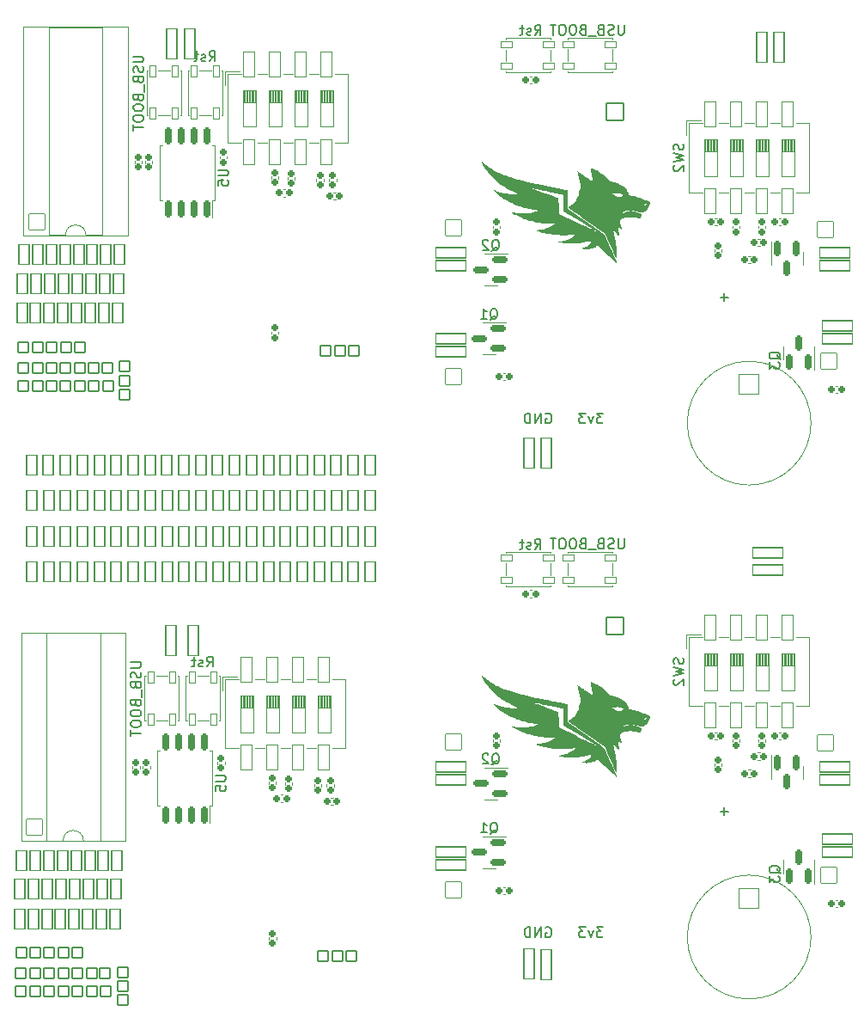
<source format=gbo>
G04 #@! TF.GenerationSoftware,KiCad,Pcbnew,7.0.5*
G04 #@! TF.CreationDate,2023-10-02T17:03:19+03:00*
G04 #@! TF.ProjectId,RP2040_minimal - Copy,52503230-3430-45f6-9d69-6e696d616c20,REV1*
G04 #@! TF.SameCoordinates,Original*
G04 #@! TF.FileFunction,Legend,Bot*
G04 #@! TF.FilePolarity,Positive*
%FSLAX46Y46*%
G04 Gerber Fmt 4.6, Leading zero omitted, Abs format (unit mm)*
G04 Created by KiCad (PCBNEW 7.0.5) date 2023-10-02 17:03:19*
%MOMM*%
%LPD*%
G01*
G04 APERTURE LIST*
G04 Aperture macros list*
%AMRoundRect*
0 Rectangle with rounded corners*
0 $1 Rounding radius*
0 $2 $3 $4 $5 $6 $7 $8 $9 X,Y pos of 4 corners*
0 Add a 4 corners polygon primitive as box body*
4,1,4,$2,$3,$4,$5,$6,$7,$8,$9,$2,$3,0*
0 Add four circle primitives for the rounded corners*
1,1,$1+$1,$2,$3*
1,1,$1+$1,$4,$5*
1,1,$1+$1,$6,$7*
1,1,$1+$1,$8,$9*
0 Add four rect primitives between the rounded corners*
20,1,$1+$1,$2,$3,$4,$5,0*
20,1,$1+$1,$4,$5,$6,$7,0*
20,1,$1+$1,$6,$7,$8,$9,0*
20,1,$1+$1,$8,$9,$2,$3,0*%
G04 Aperture macros list end*
%ADD10C,0.180000*%
%ADD11C,0.150000*%
%ADD12C,0.120000*%
%ADD13RoundRect,0.051000X-0.500000X1.500000X-0.500000X-1.500000X0.500000X-1.500000X0.500000X1.500000X0*%
%ADD14RoundRect,0.051000X1.500000X0.500000X-1.500000X0.500000X-1.500000X-0.500000X1.500000X-0.500000X0*%
%ADD15RoundRect,0.051000X0.500000X-1.500000X0.500000X1.500000X-0.500000X1.500000X-0.500000X-1.500000X0*%
%ADD16RoundRect,0.051000X0.800000X-0.800000X0.800000X0.800000X-0.800000X0.800000X-0.800000X-0.800000X0*%
%ADD17O,1.702000X1.702000*%
%ADD18C,2.102000*%
%ADD19C,0.500000*%
%ADD20RoundRect,0.051000X-1.500000X-0.500000X1.500000X-0.500000X1.500000X0.500000X-1.500000X0.500000X0*%
%ADD21C,0.752000*%
%ADD22O,1.102000X2.202000*%
%ADD23O,1.102000X1.902000*%
%ADD24C,1.102000*%
%ADD25O,2.202000X1.102000*%
%ADD26O,1.902000X1.102000*%
%ADD27RoundRect,0.051000X-0.800000X0.800000X-0.800000X-0.800000X0.800000X-0.800000X0.800000X0.800000X0*%
%ADD28RoundRect,0.051000X-0.850000X0.850000X-0.850000X-0.850000X0.850000X-0.850000X0.850000X0.850000X0*%
%ADD29C,1.802000*%
%ADD30RoundRect,0.191000X0.140000X0.170000X-0.140000X0.170000X-0.140000X-0.170000X0.140000X-0.170000X0*%
%ADD31RoundRect,0.201000X-0.150000X0.587500X-0.150000X-0.587500X0.150000X-0.587500X0.150000X0.587500X0*%
%ADD32RoundRect,0.051000X-0.500000X-0.500000X0.500000X-0.500000X0.500000X0.500000X-0.500000X0.500000X0*%
%ADD33RoundRect,0.051000X0.500000X-1.000000X0.500000X1.000000X-0.500000X1.000000X-0.500000X-1.000000X0*%
%ADD34RoundRect,0.191000X-0.140000X-0.170000X0.140000X-0.170000X0.140000X0.170000X-0.140000X0.170000X0*%
%ADD35RoundRect,0.191000X-0.170000X0.140000X-0.170000X-0.140000X0.170000X-0.140000X0.170000X0.140000X0*%
%ADD36RoundRect,0.051000X-0.500000X1.000000X-0.500000X-1.000000X0.500000X-1.000000X0.500000X1.000000X0*%
%ADD37RoundRect,0.201000X0.150000X-0.650000X0.150000X0.650000X-0.150000X0.650000X-0.150000X-0.650000X0*%
%ADD38RoundRect,0.191000X0.170000X-0.140000X0.170000X0.140000X-0.170000X0.140000X-0.170000X-0.140000X0*%
%ADD39RoundRect,0.051000X-0.500000X0.500000X-0.500000X-0.500000X0.500000X-0.500000X0.500000X0.500000X0*%
%ADD40RoundRect,0.201000X0.587500X0.150000X-0.587500X0.150000X-0.587500X-0.150000X0.587500X-0.150000X0*%
%ADD41RoundRect,0.051000X0.525000X0.325000X-0.525000X0.325000X-0.525000X-0.325000X0.525000X-0.325000X0*%
%ADD42RoundRect,0.051000X0.500000X0.500000X-0.500000X0.500000X-0.500000X-0.500000X0.500000X-0.500000X0*%
%ADD43RoundRect,0.051000X-0.560000X1.220000X-0.560000X-1.220000X0.560000X-1.220000X0.560000X1.220000X0*%
%ADD44RoundRect,0.051000X-0.325000X0.525000X-0.325000X-0.525000X0.325000X-0.525000X0.325000X0.525000X0*%
%ADD45RoundRect,0.051000X0.325000X-0.525000X0.325000X0.525000X-0.325000X0.525000X-0.325000X-0.525000X0*%
%ADD46RoundRect,0.201000X0.150000X-0.587500X0.150000X0.587500X-0.150000X0.587500X-0.150000X-0.587500X0*%
%ADD47RoundRect,0.051000X-1.000000X1.000000X-1.000000X-1.000000X1.000000X-1.000000X1.000000X1.000000X0*%
%ADD48RoundRect,0.051000X-0.800000X-0.800000X0.800000X-0.800000X0.800000X0.800000X-0.800000X0.800000X0*%
G04 APERTURE END LIST*
D10*
X165440879Y-59007162D02*
X164821832Y-59007162D01*
X164821832Y-59007162D02*
X165155165Y-59388114D01*
X165155165Y-59388114D02*
X165012308Y-59388114D01*
X165012308Y-59388114D02*
X164917070Y-59435733D01*
X164917070Y-59435733D02*
X164869451Y-59483352D01*
X164869451Y-59483352D02*
X164821832Y-59578590D01*
X164821832Y-59578590D02*
X164821832Y-59816685D01*
X164821832Y-59816685D02*
X164869451Y-59911923D01*
X164869451Y-59911923D02*
X164917070Y-59959543D01*
X164917070Y-59959543D02*
X165012308Y-60007162D01*
X165012308Y-60007162D02*
X165298022Y-60007162D01*
X165298022Y-60007162D02*
X165393260Y-59959543D01*
X165393260Y-59959543D02*
X165440879Y-59911923D01*
X164488498Y-59340495D02*
X164250403Y-60007162D01*
X164250403Y-60007162D02*
X164012308Y-59340495D01*
X163726593Y-59007162D02*
X163107546Y-59007162D01*
X163107546Y-59007162D02*
X163440879Y-59388114D01*
X163440879Y-59388114D02*
X163298022Y-59388114D01*
X163298022Y-59388114D02*
X163202784Y-59435733D01*
X163202784Y-59435733D02*
X163155165Y-59483352D01*
X163155165Y-59483352D02*
X163107546Y-59578590D01*
X163107546Y-59578590D02*
X163107546Y-59816685D01*
X163107546Y-59816685D02*
X163155165Y-59911923D01*
X163155165Y-59911923D02*
X163202784Y-59959543D01*
X163202784Y-59959543D02*
X163298022Y-60007162D01*
X163298022Y-60007162D02*
X163583736Y-60007162D01*
X163583736Y-60007162D02*
X163678974Y-59959543D01*
X163678974Y-59959543D02*
X163726593Y-59911923D01*
D11*
X167533586Y-20753722D02*
X167533586Y-21563245D01*
X167533586Y-21563245D02*
X167485967Y-21658483D01*
X167485967Y-21658483D02*
X167438348Y-21706103D01*
X167438348Y-21706103D02*
X167343110Y-21753722D01*
X167343110Y-21753722D02*
X167152634Y-21753722D01*
X167152634Y-21753722D02*
X167057396Y-21706103D01*
X167057396Y-21706103D02*
X167009777Y-21658483D01*
X167009777Y-21658483D02*
X166962158Y-21563245D01*
X166962158Y-21563245D02*
X166962158Y-20753722D01*
X166533586Y-21706103D02*
X166390729Y-21753722D01*
X166390729Y-21753722D02*
X166152634Y-21753722D01*
X166152634Y-21753722D02*
X166057396Y-21706103D01*
X166057396Y-21706103D02*
X166009777Y-21658483D01*
X166009777Y-21658483D02*
X165962158Y-21563245D01*
X165962158Y-21563245D02*
X165962158Y-21468007D01*
X165962158Y-21468007D02*
X166009777Y-21372769D01*
X166009777Y-21372769D02*
X166057396Y-21325150D01*
X166057396Y-21325150D02*
X166152634Y-21277531D01*
X166152634Y-21277531D02*
X166343110Y-21229912D01*
X166343110Y-21229912D02*
X166438348Y-21182293D01*
X166438348Y-21182293D02*
X166485967Y-21134674D01*
X166485967Y-21134674D02*
X166533586Y-21039436D01*
X166533586Y-21039436D02*
X166533586Y-20944198D01*
X166533586Y-20944198D02*
X166485967Y-20848960D01*
X166485967Y-20848960D02*
X166438348Y-20801341D01*
X166438348Y-20801341D02*
X166343110Y-20753722D01*
X166343110Y-20753722D02*
X166105015Y-20753722D01*
X166105015Y-20753722D02*
X165962158Y-20801341D01*
X165200253Y-21229912D02*
X165057396Y-21277531D01*
X165057396Y-21277531D02*
X165009777Y-21325150D01*
X165009777Y-21325150D02*
X164962158Y-21420388D01*
X164962158Y-21420388D02*
X164962158Y-21563245D01*
X164962158Y-21563245D02*
X165009777Y-21658483D01*
X165009777Y-21658483D02*
X165057396Y-21706103D01*
X165057396Y-21706103D02*
X165152634Y-21753722D01*
X165152634Y-21753722D02*
X165533586Y-21753722D01*
X165533586Y-21753722D02*
X165533586Y-20753722D01*
X165533586Y-20753722D02*
X165200253Y-20753722D01*
X165200253Y-20753722D02*
X165105015Y-20801341D01*
X165105015Y-20801341D02*
X165057396Y-20848960D01*
X165057396Y-20848960D02*
X165009777Y-20944198D01*
X165009777Y-20944198D02*
X165009777Y-21039436D01*
X165009777Y-21039436D02*
X165057396Y-21134674D01*
X165057396Y-21134674D02*
X165105015Y-21182293D01*
X165105015Y-21182293D02*
X165200253Y-21229912D01*
X165200253Y-21229912D02*
X165533586Y-21229912D01*
X164771682Y-21848960D02*
X164009777Y-21848960D01*
X163438348Y-21229912D02*
X163295491Y-21277531D01*
X163295491Y-21277531D02*
X163247872Y-21325150D01*
X163247872Y-21325150D02*
X163200253Y-21420388D01*
X163200253Y-21420388D02*
X163200253Y-21563245D01*
X163200253Y-21563245D02*
X163247872Y-21658483D01*
X163247872Y-21658483D02*
X163295491Y-21706103D01*
X163295491Y-21706103D02*
X163390729Y-21753722D01*
X163390729Y-21753722D02*
X163771681Y-21753722D01*
X163771681Y-21753722D02*
X163771681Y-20753722D01*
X163771681Y-20753722D02*
X163438348Y-20753722D01*
X163438348Y-20753722D02*
X163343110Y-20801341D01*
X163343110Y-20801341D02*
X163295491Y-20848960D01*
X163295491Y-20848960D02*
X163247872Y-20944198D01*
X163247872Y-20944198D02*
X163247872Y-21039436D01*
X163247872Y-21039436D02*
X163295491Y-21134674D01*
X163295491Y-21134674D02*
X163343110Y-21182293D01*
X163343110Y-21182293D02*
X163438348Y-21229912D01*
X163438348Y-21229912D02*
X163771681Y-21229912D01*
X162581205Y-20753722D02*
X162390729Y-20753722D01*
X162390729Y-20753722D02*
X162295491Y-20801341D01*
X162295491Y-20801341D02*
X162200253Y-20896579D01*
X162200253Y-20896579D02*
X162152634Y-21087055D01*
X162152634Y-21087055D02*
X162152634Y-21420388D01*
X162152634Y-21420388D02*
X162200253Y-21610864D01*
X162200253Y-21610864D02*
X162295491Y-21706103D01*
X162295491Y-21706103D02*
X162390729Y-21753722D01*
X162390729Y-21753722D02*
X162581205Y-21753722D01*
X162581205Y-21753722D02*
X162676443Y-21706103D01*
X162676443Y-21706103D02*
X162771681Y-21610864D01*
X162771681Y-21610864D02*
X162819300Y-21420388D01*
X162819300Y-21420388D02*
X162819300Y-21087055D01*
X162819300Y-21087055D02*
X162771681Y-20896579D01*
X162771681Y-20896579D02*
X162676443Y-20801341D01*
X162676443Y-20801341D02*
X162581205Y-20753722D01*
X161533586Y-20753722D02*
X161343110Y-20753722D01*
X161343110Y-20753722D02*
X161247872Y-20801341D01*
X161247872Y-20801341D02*
X161152634Y-20896579D01*
X161152634Y-20896579D02*
X161105015Y-21087055D01*
X161105015Y-21087055D02*
X161105015Y-21420388D01*
X161105015Y-21420388D02*
X161152634Y-21610864D01*
X161152634Y-21610864D02*
X161247872Y-21706103D01*
X161247872Y-21706103D02*
X161343110Y-21753722D01*
X161343110Y-21753722D02*
X161533586Y-21753722D01*
X161533586Y-21753722D02*
X161628824Y-21706103D01*
X161628824Y-21706103D02*
X161724062Y-21610864D01*
X161724062Y-21610864D02*
X161771681Y-21420388D01*
X161771681Y-21420388D02*
X161771681Y-21087055D01*
X161771681Y-21087055D02*
X161724062Y-20896579D01*
X161724062Y-20896579D02*
X161628824Y-20801341D01*
X161628824Y-20801341D02*
X161533586Y-20753722D01*
X160819300Y-20753722D02*
X160247872Y-20753722D01*
X160533586Y-21753722D02*
X160533586Y-20753722D01*
X167533586Y-71362625D02*
X167533586Y-72172148D01*
X167533586Y-72172148D02*
X167485967Y-72267386D01*
X167485967Y-72267386D02*
X167438348Y-72315006D01*
X167438348Y-72315006D02*
X167343110Y-72362625D01*
X167343110Y-72362625D02*
X167152634Y-72362625D01*
X167152634Y-72362625D02*
X167057396Y-72315006D01*
X167057396Y-72315006D02*
X167009777Y-72267386D01*
X167009777Y-72267386D02*
X166962158Y-72172148D01*
X166962158Y-72172148D02*
X166962158Y-71362625D01*
X166533586Y-72315006D02*
X166390729Y-72362625D01*
X166390729Y-72362625D02*
X166152634Y-72362625D01*
X166152634Y-72362625D02*
X166057396Y-72315006D01*
X166057396Y-72315006D02*
X166009777Y-72267386D01*
X166009777Y-72267386D02*
X165962158Y-72172148D01*
X165962158Y-72172148D02*
X165962158Y-72076910D01*
X165962158Y-72076910D02*
X166009777Y-71981672D01*
X166009777Y-71981672D02*
X166057396Y-71934053D01*
X166057396Y-71934053D02*
X166152634Y-71886434D01*
X166152634Y-71886434D02*
X166343110Y-71838815D01*
X166343110Y-71838815D02*
X166438348Y-71791196D01*
X166438348Y-71791196D02*
X166485967Y-71743577D01*
X166485967Y-71743577D02*
X166533586Y-71648339D01*
X166533586Y-71648339D02*
X166533586Y-71553101D01*
X166533586Y-71553101D02*
X166485967Y-71457863D01*
X166485967Y-71457863D02*
X166438348Y-71410244D01*
X166438348Y-71410244D02*
X166343110Y-71362625D01*
X166343110Y-71362625D02*
X166105015Y-71362625D01*
X166105015Y-71362625D02*
X165962158Y-71410244D01*
X165200253Y-71838815D02*
X165057396Y-71886434D01*
X165057396Y-71886434D02*
X165009777Y-71934053D01*
X165009777Y-71934053D02*
X164962158Y-72029291D01*
X164962158Y-72029291D02*
X164962158Y-72172148D01*
X164962158Y-72172148D02*
X165009777Y-72267386D01*
X165009777Y-72267386D02*
X165057396Y-72315006D01*
X165057396Y-72315006D02*
X165152634Y-72362625D01*
X165152634Y-72362625D02*
X165533586Y-72362625D01*
X165533586Y-72362625D02*
X165533586Y-71362625D01*
X165533586Y-71362625D02*
X165200253Y-71362625D01*
X165200253Y-71362625D02*
X165105015Y-71410244D01*
X165105015Y-71410244D02*
X165057396Y-71457863D01*
X165057396Y-71457863D02*
X165009777Y-71553101D01*
X165009777Y-71553101D02*
X165009777Y-71648339D01*
X165009777Y-71648339D02*
X165057396Y-71743577D01*
X165057396Y-71743577D02*
X165105015Y-71791196D01*
X165105015Y-71791196D02*
X165200253Y-71838815D01*
X165200253Y-71838815D02*
X165533586Y-71838815D01*
X164771682Y-72457863D02*
X164009777Y-72457863D01*
X163438348Y-71838815D02*
X163295491Y-71886434D01*
X163295491Y-71886434D02*
X163247872Y-71934053D01*
X163247872Y-71934053D02*
X163200253Y-72029291D01*
X163200253Y-72029291D02*
X163200253Y-72172148D01*
X163200253Y-72172148D02*
X163247872Y-72267386D01*
X163247872Y-72267386D02*
X163295491Y-72315006D01*
X163295491Y-72315006D02*
X163390729Y-72362625D01*
X163390729Y-72362625D02*
X163771681Y-72362625D01*
X163771681Y-72362625D02*
X163771681Y-71362625D01*
X163771681Y-71362625D02*
X163438348Y-71362625D01*
X163438348Y-71362625D02*
X163343110Y-71410244D01*
X163343110Y-71410244D02*
X163295491Y-71457863D01*
X163295491Y-71457863D02*
X163247872Y-71553101D01*
X163247872Y-71553101D02*
X163247872Y-71648339D01*
X163247872Y-71648339D02*
X163295491Y-71743577D01*
X163295491Y-71743577D02*
X163343110Y-71791196D01*
X163343110Y-71791196D02*
X163438348Y-71838815D01*
X163438348Y-71838815D02*
X163771681Y-71838815D01*
X162581205Y-71362625D02*
X162390729Y-71362625D01*
X162390729Y-71362625D02*
X162295491Y-71410244D01*
X162295491Y-71410244D02*
X162200253Y-71505482D01*
X162200253Y-71505482D02*
X162152634Y-71695958D01*
X162152634Y-71695958D02*
X162152634Y-72029291D01*
X162152634Y-72029291D02*
X162200253Y-72219767D01*
X162200253Y-72219767D02*
X162295491Y-72315006D01*
X162295491Y-72315006D02*
X162390729Y-72362625D01*
X162390729Y-72362625D02*
X162581205Y-72362625D01*
X162581205Y-72362625D02*
X162676443Y-72315006D01*
X162676443Y-72315006D02*
X162771681Y-72219767D01*
X162771681Y-72219767D02*
X162819300Y-72029291D01*
X162819300Y-72029291D02*
X162819300Y-71695958D01*
X162819300Y-71695958D02*
X162771681Y-71505482D01*
X162771681Y-71505482D02*
X162676443Y-71410244D01*
X162676443Y-71410244D02*
X162581205Y-71362625D01*
X161533586Y-71362625D02*
X161343110Y-71362625D01*
X161343110Y-71362625D02*
X161247872Y-71410244D01*
X161247872Y-71410244D02*
X161152634Y-71505482D01*
X161152634Y-71505482D02*
X161105015Y-71695958D01*
X161105015Y-71695958D02*
X161105015Y-72029291D01*
X161105015Y-72029291D02*
X161152634Y-72219767D01*
X161152634Y-72219767D02*
X161247872Y-72315006D01*
X161247872Y-72315006D02*
X161343110Y-72362625D01*
X161343110Y-72362625D02*
X161533586Y-72362625D01*
X161533586Y-72362625D02*
X161628824Y-72315006D01*
X161628824Y-72315006D02*
X161724062Y-72219767D01*
X161724062Y-72219767D02*
X161771681Y-72029291D01*
X161771681Y-72029291D02*
X161771681Y-71695958D01*
X161771681Y-71695958D02*
X161724062Y-71505482D01*
X161724062Y-71505482D02*
X161628824Y-71410244D01*
X161628824Y-71410244D02*
X161533586Y-71362625D01*
X160819300Y-71362625D02*
X160247872Y-71362625D01*
X160533586Y-72362625D02*
X160533586Y-71362625D01*
X119154412Y-23874571D02*
X119963935Y-23874571D01*
X119963935Y-23874571D02*
X120059173Y-23922190D01*
X120059173Y-23922190D02*
X120106793Y-23969809D01*
X120106793Y-23969809D02*
X120154412Y-24065047D01*
X120154412Y-24065047D02*
X120154412Y-24255523D01*
X120154412Y-24255523D02*
X120106793Y-24350761D01*
X120106793Y-24350761D02*
X120059173Y-24398380D01*
X120059173Y-24398380D02*
X119963935Y-24445999D01*
X119963935Y-24445999D02*
X119154412Y-24445999D01*
X120106793Y-24874571D02*
X120154412Y-25017428D01*
X120154412Y-25017428D02*
X120154412Y-25255523D01*
X120154412Y-25255523D02*
X120106793Y-25350761D01*
X120106793Y-25350761D02*
X120059173Y-25398380D01*
X120059173Y-25398380D02*
X119963935Y-25445999D01*
X119963935Y-25445999D02*
X119868697Y-25445999D01*
X119868697Y-25445999D02*
X119773459Y-25398380D01*
X119773459Y-25398380D02*
X119725840Y-25350761D01*
X119725840Y-25350761D02*
X119678221Y-25255523D01*
X119678221Y-25255523D02*
X119630602Y-25065047D01*
X119630602Y-25065047D02*
X119582983Y-24969809D01*
X119582983Y-24969809D02*
X119535364Y-24922190D01*
X119535364Y-24922190D02*
X119440126Y-24874571D01*
X119440126Y-24874571D02*
X119344888Y-24874571D01*
X119344888Y-24874571D02*
X119249650Y-24922190D01*
X119249650Y-24922190D02*
X119202031Y-24969809D01*
X119202031Y-24969809D02*
X119154412Y-25065047D01*
X119154412Y-25065047D02*
X119154412Y-25303142D01*
X119154412Y-25303142D02*
X119202031Y-25445999D01*
X119630602Y-26207904D02*
X119678221Y-26350761D01*
X119678221Y-26350761D02*
X119725840Y-26398380D01*
X119725840Y-26398380D02*
X119821078Y-26445999D01*
X119821078Y-26445999D02*
X119963935Y-26445999D01*
X119963935Y-26445999D02*
X120059173Y-26398380D01*
X120059173Y-26398380D02*
X120106793Y-26350761D01*
X120106793Y-26350761D02*
X120154412Y-26255523D01*
X120154412Y-26255523D02*
X120154412Y-25874571D01*
X120154412Y-25874571D02*
X119154412Y-25874571D01*
X119154412Y-25874571D02*
X119154412Y-26207904D01*
X119154412Y-26207904D02*
X119202031Y-26303142D01*
X119202031Y-26303142D02*
X119249650Y-26350761D01*
X119249650Y-26350761D02*
X119344888Y-26398380D01*
X119344888Y-26398380D02*
X119440126Y-26398380D01*
X119440126Y-26398380D02*
X119535364Y-26350761D01*
X119535364Y-26350761D02*
X119582983Y-26303142D01*
X119582983Y-26303142D02*
X119630602Y-26207904D01*
X119630602Y-26207904D02*
X119630602Y-25874571D01*
X120249650Y-26636476D02*
X120249650Y-27398380D01*
X119630602Y-27969809D02*
X119678221Y-28112666D01*
X119678221Y-28112666D02*
X119725840Y-28160285D01*
X119725840Y-28160285D02*
X119821078Y-28207904D01*
X119821078Y-28207904D02*
X119963935Y-28207904D01*
X119963935Y-28207904D02*
X120059173Y-28160285D01*
X120059173Y-28160285D02*
X120106793Y-28112666D01*
X120106793Y-28112666D02*
X120154412Y-28017428D01*
X120154412Y-28017428D02*
X120154412Y-27636476D01*
X120154412Y-27636476D02*
X119154412Y-27636476D01*
X119154412Y-27636476D02*
X119154412Y-27969809D01*
X119154412Y-27969809D02*
X119202031Y-28065047D01*
X119202031Y-28065047D02*
X119249650Y-28112666D01*
X119249650Y-28112666D02*
X119344888Y-28160285D01*
X119344888Y-28160285D02*
X119440126Y-28160285D01*
X119440126Y-28160285D02*
X119535364Y-28112666D01*
X119535364Y-28112666D02*
X119582983Y-28065047D01*
X119582983Y-28065047D02*
X119630602Y-27969809D01*
X119630602Y-27969809D02*
X119630602Y-27636476D01*
X119154412Y-28826952D02*
X119154412Y-29017428D01*
X119154412Y-29017428D02*
X119202031Y-29112666D01*
X119202031Y-29112666D02*
X119297269Y-29207904D01*
X119297269Y-29207904D02*
X119487745Y-29255523D01*
X119487745Y-29255523D02*
X119821078Y-29255523D01*
X119821078Y-29255523D02*
X120011554Y-29207904D01*
X120011554Y-29207904D02*
X120106793Y-29112666D01*
X120106793Y-29112666D02*
X120154412Y-29017428D01*
X120154412Y-29017428D02*
X120154412Y-28826952D01*
X120154412Y-28826952D02*
X120106793Y-28731714D01*
X120106793Y-28731714D02*
X120011554Y-28636476D01*
X120011554Y-28636476D02*
X119821078Y-28588857D01*
X119821078Y-28588857D02*
X119487745Y-28588857D01*
X119487745Y-28588857D02*
X119297269Y-28636476D01*
X119297269Y-28636476D02*
X119202031Y-28731714D01*
X119202031Y-28731714D02*
X119154412Y-28826952D01*
X119154412Y-29874571D02*
X119154412Y-30065047D01*
X119154412Y-30065047D02*
X119202031Y-30160285D01*
X119202031Y-30160285D02*
X119297269Y-30255523D01*
X119297269Y-30255523D02*
X119487745Y-30303142D01*
X119487745Y-30303142D02*
X119821078Y-30303142D01*
X119821078Y-30303142D02*
X120011554Y-30255523D01*
X120011554Y-30255523D02*
X120106793Y-30160285D01*
X120106793Y-30160285D02*
X120154412Y-30065047D01*
X120154412Y-30065047D02*
X120154412Y-29874571D01*
X120154412Y-29874571D02*
X120106793Y-29779333D01*
X120106793Y-29779333D02*
X120011554Y-29684095D01*
X120011554Y-29684095D02*
X119821078Y-29636476D01*
X119821078Y-29636476D02*
X119487745Y-29636476D01*
X119487745Y-29636476D02*
X119297269Y-29684095D01*
X119297269Y-29684095D02*
X119202031Y-29779333D01*
X119202031Y-29779333D02*
X119154412Y-29874571D01*
X119154412Y-30588857D02*
X119154412Y-31160285D01*
X120154412Y-30874571D02*
X119154412Y-30874571D01*
X126641545Y-24344819D02*
X126974878Y-23868628D01*
X127212973Y-24344819D02*
X127212973Y-23344819D01*
X127212973Y-23344819D02*
X126832021Y-23344819D01*
X126832021Y-23344819D02*
X126736783Y-23392438D01*
X126736783Y-23392438D02*
X126689164Y-23440057D01*
X126689164Y-23440057D02*
X126641545Y-23535295D01*
X126641545Y-23535295D02*
X126641545Y-23678152D01*
X126641545Y-23678152D02*
X126689164Y-23773390D01*
X126689164Y-23773390D02*
X126736783Y-23821009D01*
X126736783Y-23821009D02*
X126832021Y-23868628D01*
X126832021Y-23868628D02*
X127212973Y-23868628D01*
X126260592Y-24297200D02*
X126165354Y-24344819D01*
X126165354Y-24344819D02*
X125974878Y-24344819D01*
X125974878Y-24344819D02*
X125879640Y-24297200D01*
X125879640Y-24297200D02*
X125832021Y-24201961D01*
X125832021Y-24201961D02*
X125832021Y-24154342D01*
X125832021Y-24154342D02*
X125879640Y-24059104D01*
X125879640Y-24059104D02*
X125974878Y-24011485D01*
X125974878Y-24011485D02*
X126117735Y-24011485D01*
X126117735Y-24011485D02*
X126212973Y-23963866D01*
X126212973Y-23963866D02*
X126260592Y-23868628D01*
X126260592Y-23868628D02*
X126260592Y-23821009D01*
X126260592Y-23821009D02*
X126212973Y-23725771D01*
X126212973Y-23725771D02*
X126117735Y-23678152D01*
X126117735Y-23678152D02*
X125974878Y-23678152D01*
X125974878Y-23678152D02*
X125879640Y-23725771D01*
X125546306Y-23678152D02*
X125165354Y-23678152D01*
X125403449Y-23344819D02*
X125403449Y-24201961D01*
X125403449Y-24201961D02*
X125355830Y-24297200D01*
X125355830Y-24297200D02*
X125260592Y-24344819D01*
X125260592Y-24344819D02*
X125165354Y-24344819D01*
D10*
X159811832Y-109673684D02*
X159907070Y-109626065D01*
X159907070Y-109626065D02*
X160049927Y-109626065D01*
X160049927Y-109626065D02*
X160192784Y-109673684D01*
X160192784Y-109673684D02*
X160288022Y-109768922D01*
X160288022Y-109768922D02*
X160335641Y-109864160D01*
X160335641Y-109864160D02*
X160383260Y-110054636D01*
X160383260Y-110054636D02*
X160383260Y-110197493D01*
X160383260Y-110197493D02*
X160335641Y-110387969D01*
X160335641Y-110387969D02*
X160288022Y-110483207D01*
X160288022Y-110483207D02*
X160192784Y-110578446D01*
X160192784Y-110578446D02*
X160049927Y-110626065D01*
X160049927Y-110626065D02*
X159954689Y-110626065D01*
X159954689Y-110626065D02*
X159811832Y-110578446D01*
X159811832Y-110578446D02*
X159764213Y-110530826D01*
X159764213Y-110530826D02*
X159764213Y-110197493D01*
X159764213Y-110197493D02*
X159954689Y-110197493D01*
X159335641Y-110626065D02*
X159335641Y-109626065D01*
X159335641Y-109626065D02*
X158764213Y-110626065D01*
X158764213Y-110626065D02*
X158764213Y-109626065D01*
X158288022Y-110626065D02*
X158288022Y-109626065D01*
X158288022Y-109626065D02*
X158049927Y-109626065D01*
X158049927Y-109626065D02*
X157907070Y-109673684D01*
X157907070Y-109673684D02*
X157811832Y-109768922D01*
X157811832Y-109768922D02*
X157764213Y-109864160D01*
X157764213Y-109864160D02*
X157716594Y-110054636D01*
X157716594Y-110054636D02*
X157716594Y-110197493D01*
X157716594Y-110197493D02*
X157764213Y-110387969D01*
X157764213Y-110387969D02*
X157811832Y-110483207D01*
X157811832Y-110483207D02*
X157907070Y-110578446D01*
X157907070Y-110578446D02*
X158049927Y-110626065D01*
X158049927Y-110626065D02*
X158288022Y-110626065D01*
D11*
X126398023Y-83972337D02*
X126731356Y-83496146D01*
X126969451Y-83972337D02*
X126969451Y-82972337D01*
X126969451Y-82972337D02*
X126588499Y-82972337D01*
X126588499Y-82972337D02*
X126493261Y-83019956D01*
X126493261Y-83019956D02*
X126445642Y-83067575D01*
X126445642Y-83067575D02*
X126398023Y-83162813D01*
X126398023Y-83162813D02*
X126398023Y-83305670D01*
X126398023Y-83305670D02*
X126445642Y-83400908D01*
X126445642Y-83400908D02*
X126493261Y-83448527D01*
X126493261Y-83448527D02*
X126588499Y-83496146D01*
X126588499Y-83496146D02*
X126969451Y-83496146D01*
X126017070Y-83924718D02*
X125921832Y-83972337D01*
X125921832Y-83972337D02*
X125731356Y-83972337D01*
X125731356Y-83972337D02*
X125636118Y-83924718D01*
X125636118Y-83924718D02*
X125588499Y-83829479D01*
X125588499Y-83829479D02*
X125588499Y-83781860D01*
X125588499Y-83781860D02*
X125636118Y-83686622D01*
X125636118Y-83686622D02*
X125731356Y-83639003D01*
X125731356Y-83639003D02*
X125874213Y-83639003D01*
X125874213Y-83639003D02*
X125969451Y-83591384D01*
X125969451Y-83591384D02*
X126017070Y-83496146D01*
X126017070Y-83496146D02*
X126017070Y-83448527D01*
X126017070Y-83448527D02*
X125969451Y-83353289D01*
X125969451Y-83353289D02*
X125874213Y-83305670D01*
X125874213Y-83305670D02*
X125731356Y-83305670D01*
X125731356Y-83305670D02*
X125636118Y-83353289D01*
X125302784Y-83305670D02*
X124921832Y-83305670D01*
X125159927Y-82972337D02*
X125159927Y-83829479D01*
X125159927Y-83829479D02*
X125112308Y-83924718D01*
X125112308Y-83924718D02*
X125017070Y-83972337D01*
X125017070Y-83972337D02*
X124921832Y-83972337D01*
D10*
X159811832Y-59064781D02*
X159907070Y-59017162D01*
X159907070Y-59017162D02*
X160049927Y-59017162D01*
X160049927Y-59017162D02*
X160192784Y-59064781D01*
X160192784Y-59064781D02*
X160288022Y-59160019D01*
X160288022Y-59160019D02*
X160335641Y-59255257D01*
X160335641Y-59255257D02*
X160383260Y-59445733D01*
X160383260Y-59445733D02*
X160383260Y-59588590D01*
X160383260Y-59588590D02*
X160335641Y-59779066D01*
X160335641Y-59779066D02*
X160288022Y-59874304D01*
X160288022Y-59874304D02*
X160192784Y-59969543D01*
X160192784Y-59969543D02*
X160049927Y-60017162D01*
X160049927Y-60017162D02*
X159954689Y-60017162D01*
X159954689Y-60017162D02*
X159811832Y-59969543D01*
X159811832Y-59969543D02*
X159764213Y-59921923D01*
X159764213Y-59921923D02*
X159764213Y-59588590D01*
X159764213Y-59588590D02*
X159954689Y-59588590D01*
X159335641Y-60017162D02*
X159335641Y-59017162D01*
X159335641Y-59017162D02*
X158764213Y-60017162D01*
X158764213Y-60017162D02*
X158764213Y-59017162D01*
X158288022Y-60017162D02*
X158288022Y-59017162D01*
X158288022Y-59017162D02*
X158049927Y-59017162D01*
X158049927Y-59017162D02*
X157907070Y-59064781D01*
X157907070Y-59064781D02*
X157811832Y-59160019D01*
X157811832Y-59160019D02*
X157764213Y-59255257D01*
X157764213Y-59255257D02*
X157716594Y-59445733D01*
X157716594Y-59445733D02*
X157716594Y-59588590D01*
X157716594Y-59588590D02*
X157764213Y-59779066D01*
X157764213Y-59779066D02*
X157811832Y-59874304D01*
X157811832Y-59874304D02*
X157907070Y-59969543D01*
X157907070Y-59969543D02*
X158049927Y-60017162D01*
X158049927Y-60017162D02*
X158288022Y-60017162D01*
D11*
X158739360Y-72387345D02*
X159072693Y-71911154D01*
X159310788Y-72387345D02*
X159310788Y-71387345D01*
X159310788Y-71387345D02*
X158929836Y-71387345D01*
X158929836Y-71387345D02*
X158834598Y-71434964D01*
X158834598Y-71434964D02*
X158786979Y-71482583D01*
X158786979Y-71482583D02*
X158739360Y-71577821D01*
X158739360Y-71577821D02*
X158739360Y-71720678D01*
X158739360Y-71720678D02*
X158786979Y-71815916D01*
X158786979Y-71815916D02*
X158834598Y-71863535D01*
X158834598Y-71863535D02*
X158929836Y-71911154D01*
X158929836Y-71911154D02*
X159310788Y-71911154D01*
X158358407Y-72339726D02*
X158263169Y-72387345D01*
X158263169Y-72387345D02*
X158072693Y-72387345D01*
X158072693Y-72387345D02*
X157977455Y-72339726D01*
X157977455Y-72339726D02*
X157929836Y-72244487D01*
X157929836Y-72244487D02*
X157929836Y-72196868D01*
X157929836Y-72196868D02*
X157977455Y-72101630D01*
X157977455Y-72101630D02*
X158072693Y-72054011D01*
X158072693Y-72054011D02*
X158215550Y-72054011D01*
X158215550Y-72054011D02*
X158310788Y-72006392D01*
X158310788Y-72006392D02*
X158358407Y-71911154D01*
X158358407Y-71911154D02*
X158358407Y-71863535D01*
X158358407Y-71863535D02*
X158310788Y-71768297D01*
X158310788Y-71768297D02*
X158215550Y-71720678D01*
X158215550Y-71720678D02*
X158072693Y-71720678D01*
X158072693Y-71720678D02*
X157977455Y-71768297D01*
X157644121Y-71720678D02*
X157263169Y-71720678D01*
X157501264Y-71387345D02*
X157501264Y-72244487D01*
X157501264Y-72244487D02*
X157453645Y-72339726D01*
X157453645Y-72339726D02*
X157358407Y-72387345D01*
X157358407Y-72387345D02*
X157263169Y-72387345D01*
X118910890Y-83502089D02*
X119720413Y-83502089D01*
X119720413Y-83502089D02*
X119815651Y-83549708D01*
X119815651Y-83549708D02*
X119863271Y-83597327D01*
X119863271Y-83597327D02*
X119910890Y-83692565D01*
X119910890Y-83692565D02*
X119910890Y-83883041D01*
X119910890Y-83883041D02*
X119863271Y-83978279D01*
X119863271Y-83978279D02*
X119815651Y-84025898D01*
X119815651Y-84025898D02*
X119720413Y-84073517D01*
X119720413Y-84073517D02*
X118910890Y-84073517D01*
X119863271Y-84502089D02*
X119910890Y-84644946D01*
X119910890Y-84644946D02*
X119910890Y-84883041D01*
X119910890Y-84883041D02*
X119863271Y-84978279D01*
X119863271Y-84978279D02*
X119815651Y-85025898D01*
X119815651Y-85025898D02*
X119720413Y-85073517D01*
X119720413Y-85073517D02*
X119625175Y-85073517D01*
X119625175Y-85073517D02*
X119529937Y-85025898D01*
X119529937Y-85025898D02*
X119482318Y-84978279D01*
X119482318Y-84978279D02*
X119434699Y-84883041D01*
X119434699Y-84883041D02*
X119387080Y-84692565D01*
X119387080Y-84692565D02*
X119339461Y-84597327D01*
X119339461Y-84597327D02*
X119291842Y-84549708D01*
X119291842Y-84549708D02*
X119196604Y-84502089D01*
X119196604Y-84502089D02*
X119101366Y-84502089D01*
X119101366Y-84502089D02*
X119006128Y-84549708D01*
X119006128Y-84549708D02*
X118958509Y-84597327D01*
X118958509Y-84597327D02*
X118910890Y-84692565D01*
X118910890Y-84692565D02*
X118910890Y-84930660D01*
X118910890Y-84930660D02*
X118958509Y-85073517D01*
X119387080Y-85835422D02*
X119434699Y-85978279D01*
X119434699Y-85978279D02*
X119482318Y-86025898D01*
X119482318Y-86025898D02*
X119577556Y-86073517D01*
X119577556Y-86073517D02*
X119720413Y-86073517D01*
X119720413Y-86073517D02*
X119815651Y-86025898D01*
X119815651Y-86025898D02*
X119863271Y-85978279D01*
X119863271Y-85978279D02*
X119910890Y-85883041D01*
X119910890Y-85883041D02*
X119910890Y-85502089D01*
X119910890Y-85502089D02*
X118910890Y-85502089D01*
X118910890Y-85502089D02*
X118910890Y-85835422D01*
X118910890Y-85835422D02*
X118958509Y-85930660D01*
X118958509Y-85930660D02*
X119006128Y-85978279D01*
X119006128Y-85978279D02*
X119101366Y-86025898D01*
X119101366Y-86025898D02*
X119196604Y-86025898D01*
X119196604Y-86025898D02*
X119291842Y-85978279D01*
X119291842Y-85978279D02*
X119339461Y-85930660D01*
X119339461Y-85930660D02*
X119387080Y-85835422D01*
X119387080Y-85835422D02*
X119387080Y-85502089D01*
X120006128Y-86263994D02*
X120006128Y-87025898D01*
X119387080Y-87597327D02*
X119434699Y-87740184D01*
X119434699Y-87740184D02*
X119482318Y-87787803D01*
X119482318Y-87787803D02*
X119577556Y-87835422D01*
X119577556Y-87835422D02*
X119720413Y-87835422D01*
X119720413Y-87835422D02*
X119815651Y-87787803D01*
X119815651Y-87787803D02*
X119863271Y-87740184D01*
X119863271Y-87740184D02*
X119910890Y-87644946D01*
X119910890Y-87644946D02*
X119910890Y-87263994D01*
X119910890Y-87263994D02*
X118910890Y-87263994D01*
X118910890Y-87263994D02*
X118910890Y-87597327D01*
X118910890Y-87597327D02*
X118958509Y-87692565D01*
X118958509Y-87692565D02*
X119006128Y-87740184D01*
X119006128Y-87740184D02*
X119101366Y-87787803D01*
X119101366Y-87787803D02*
X119196604Y-87787803D01*
X119196604Y-87787803D02*
X119291842Y-87740184D01*
X119291842Y-87740184D02*
X119339461Y-87692565D01*
X119339461Y-87692565D02*
X119387080Y-87597327D01*
X119387080Y-87597327D02*
X119387080Y-87263994D01*
X118910890Y-88454470D02*
X118910890Y-88644946D01*
X118910890Y-88644946D02*
X118958509Y-88740184D01*
X118958509Y-88740184D02*
X119053747Y-88835422D01*
X119053747Y-88835422D02*
X119244223Y-88883041D01*
X119244223Y-88883041D02*
X119577556Y-88883041D01*
X119577556Y-88883041D02*
X119768032Y-88835422D01*
X119768032Y-88835422D02*
X119863271Y-88740184D01*
X119863271Y-88740184D02*
X119910890Y-88644946D01*
X119910890Y-88644946D02*
X119910890Y-88454470D01*
X119910890Y-88454470D02*
X119863271Y-88359232D01*
X119863271Y-88359232D02*
X119768032Y-88263994D01*
X119768032Y-88263994D02*
X119577556Y-88216375D01*
X119577556Y-88216375D02*
X119244223Y-88216375D01*
X119244223Y-88216375D02*
X119053747Y-88263994D01*
X119053747Y-88263994D02*
X118958509Y-88359232D01*
X118958509Y-88359232D02*
X118910890Y-88454470D01*
X118910890Y-89502089D02*
X118910890Y-89692565D01*
X118910890Y-89692565D02*
X118958509Y-89787803D01*
X118958509Y-89787803D02*
X119053747Y-89883041D01*
X119053747Y-89883041D02*
X119244223Y-89930660D01*
X119244223Y-89930660D02*
X119577556Y-89930660D01*
X119577556Y-89930660D02*
X119768032Y-89883041D01*
X119768032Y-89883041D02*
X119863271Y-89787803D01*
X119863271Y-89787803D02*
X119910890Y-89692565D01*
X119910890Y-89692565D02*
X119910890Y-89502089D01*
X119910890Y-89502089D02*
X119863271Y-89406851D01*
X119863271Y-89406851D02*
X119768032Y-89311613D01*
X119768032Y-89311613D02*
X119577556Y-89263994D01*
X119577556Y-89263994D02*
X119244223Y-89263994D01*
X119244223Y-89263994D02*
X119053747Y-89311613D01*
X119053747Y-89311613D02*
X118958509Y-89406851D01*
X118958509Y-89406851D02*
X118910890Y-89502089D01*
X118910890Y-90216375D02*
X118910890Y-90787803D01*
X119910890Y-90502089D02*
X118910890Y-90502089D01*
X158739360Y-21778442D02*
X159072693Y-21302251D01*
X159310788Y-21778442D02*
X159310788Y-20778442D01*
X159310788Y-20778442D02*
X158929836Y-20778442D01*
X158929836Y-20778442D02*
X158834598Y-20826061D01*
X158834598Y-20826061D02*
X158786979Y-20873680D01*
X158786979Y-20873680D02*
X158739360Y-20968918D01*
X158739360Y-20968918D02*
X158739360Y-21111775D01*
X158739360Y-21111775D02*
X158786979Y-21207013D01*
X158786979Y-21207013D02*
X158834598Y-21254632D01*
X158834598Y-21254632D02*
X158929836Y-21302251D01*
X158929836Y-21302251D02*
X159310788Y-21302251D01*
X158358407Y-21730823D02*
X158263169Y-21778442D01*
X158263169Y-21778442D02*
X158072693Y-21778442D01*
X158072693Y-21778442D02*
X157977455Y-21730823D01*
X157977455Y-21730823D02*
X157929836Y-21635584D01*
X157929836Y-21635584D02*
X157929836Y-21587965D01*
X157929836Y-21587965D02*
X157977455Y-21492727D01*
X157977455Y-21492727D02*
X158072693Y-21445108D01*
X158072693Y-21445108D02*
X158215550Y-21445108D01*
X158215550Y-21445108D02*
X158310788Y-21397489D01*
X158310788Y-21397489D02*
X158358407Y-21302251D01*
X158358407Y-21302251D02*
X158358407Y-21254632D01*
X158358407Y-21254632D02*
X158310788Y-21159394D01*
X158310788Y-21159394D02*
X158215550Y-21111775D01*
X158215550Y-21111775D02*
X158072693Y-21111775D01*
X158072693Y-21111775D02*
X157977455Y-21159394D01*
X157644121Y-21111775D02*
X157263169Y-21111775D01*
X157501264Y-20778442D02*
X157501264Y-21635584D01*
X157501264Y-21635584D02*
X157453645Y-21730823D01*
X157453645Y-21730823D02*
X157358407Y-21778442D01*
X157358407Y-21778442D02*
X157263169Y-21778442D01*
D10*
X165440879Y-109616065D02*
X164821832Y-109616065D01*
X164821832Y-109616065D02*
X165155165Y-109997017D01*
X165155165Y-109997017D02*
X165012308Y-109997017D01*
X165012308Y-109997017D02*
X164917070Y-110044636D01*
X164917070Y-110044636D02*
X164869451Y-110092255D01*
X164869451Y-110092255D02*
X164821832Y-110187493D01*
X164821832Y-110187493D02*
X164821832Y-110425588D01*
X164821832Y-110425588D02*
X164869451Y-110520826D01*
X164869451Y-110520826D02*
X164917070Y-110568446D01*
X164917070Y-110568446D02*
X165012308Y-110616065D01*
X165012308Y-110616065D02*
X165298022Y-110616065D01*
X165298022Y-110616065D02*
X165393260Y-110568446D01*
X165393260Y-110568446D02*
X165440879Y-110520826D01*
X164488498Y-109949398D02*
X164250403Y-110616065D01*
X164250403Y-110616065D02*
X164012308Y-109949398D01*
X163726593Y-109616065D02*
X163107546Y-109616065D01*
X163107546Y-109616065D02*
X163440879Y-109997017D01*
X163440879Y-109997017D02*
X163298022Y-109997017D01*
X163298022Y-109997017D02*
X163202784Y-110044636D01*
X163202784Y-110044636D02*
X163155165Y-110092255D01*
X163155165Y-110092255D02*
X163107546Y-110187493D01*
X163107546Y-110187493D02*
X163107546Y-110425588D01*
X163107546Y-110425588D02*
X163155165Y-110520826D01*
X163155165Y-110520826D02*
X163202784Y-110568446D01*
X163202784Y-110568446D02*
X163298022Y-110616065D01*
X163298022Y-110616065D02*
X163583736Y-110616065D01*
X163583736Y-110616065D02*
X163678974Y-110568446D01*
X163678974Y-110568446D02*
X163726593Y-110520826D01*
D11*
X127518412Y-35048428D02*
X128327935Y-35048428D01*
X128327935Y-35048428D02*
X128423173Y-35096047D01*
X128423173Y-35096047D02*
X128470793Y-35143666D01*
X128470793Y-35143666D02*
X128518412Y-35238904D01*
X128518412Y-35238904D02*
X128518412Y-35429380D01*
X128518412Y-35429380D02*
X128470793Y-35524618D01*
X128470793Y-35524618D02*
X128423173Y-35572237D01*
X128423173Y-35572237D02*
X128327935Y-35619856D01*
X128327935Y-35619856D02*
X127518412Y-35619856D01*
X127518412Y-36572237D02*
X127518412Y-36096047D01*
X127518412Y-36096047D02*
X127994602Y-36048428D01*
X127994602Y-36048428D02*
X127946983Y-36096047D01*
X127946983Y-36096047D02*
X127899364Y-36191285D01*
X127899364Y-36191285D02*
X127899364Y-36429380D01*
X127899364Y-36429380D02*
X127946983Y-36524618D01*
X127946983Y-36524618D02*
X127994602Y-36572237D01*
X127994602Y-36572237D02*
X128089840Y-36619856D01*
X128089840Y-36619856D02*
X128327935Y-36619856D01*
X128327935Y-36619856D02*
X128423173Y-36572237D01*
X128423173Y-36572237D02*
X128470793Y-36524618D01*
X128470793Y-36524618D02*
X128518412Y-36429380D01*
X128518412Y-36429380D02*
X128518412Y-36191285D01*
X128518412Y-36191285D02*
X128470793Y-36096047D01*
X128470793Y-36096047D02*
X128423173Y-36048428D01*
X154318646Y-49798960D02*
X154413884Y-49751341D01*
X154413884Y-49751341D02*
X154509122Y-49656103D01*
X154509122Y-49656103D02*
X154651979Y-49513245D01*
X154651979Y-49513245D02*
X154747217Y-49465626D01*
X154747217Y-49465626D02*
X154842455Y-49465626D01*
X154794836Y-49703722D02*
X154890074Y-49656103D01*
X154890074Y-49656103D02*
X154985312Y-49560864D01*
X154985312Y-49560864D02*
X155032931Y-49370388D01*
X155032931Y-49370388D02*
X155032931Y-49037055D01*
X155032931Y-49037055D02*
X154985312Y-48846579D01*
X154985312Y-48846579D02*
X154890074Y-48751341D01*
X154890074Y-48751341D02*
X154794836Y-48703722D01*
X154794836Y-48703722D02*
X154604360Y-48703722D01*
X154604360Y-48703722D02*
X154509122Y-48751341D01*
X154509122Y-48751341D02*
X154413884Y-48846579D01*
X154413884Y-48846579D02*
X154366265Y-49037055D01*
X154366265Y-49037055D02*
X154366265Y-49370388D01*
X154366265Y-49370388D02*
X154413884Y-49560864D01*
X154413884Y-49560864D02*
X154509122Y-49656103D01*
X154509122Y-49656103D02*
X154604360Y-49703722D01*
X154604360Y-49703722D02*
X154794836Y-49703722D01*
X153413884Y-49703722D02*
X153985312Y-49703722D01*
X153699598Y-49703722D02*
X153699598Y-48703722D01*
X153699598Y-48703722D02*
X153794836Y-48846579D01*
X153794836Y-48846579D02*
X153890074Y-48941817D01*
X153890074Y-48941817D02*
X153985312Y-48989436D01*
X154476146Y-43018960D02*
X154571384Y-42971341D01*
X154571384Y-42971341D02*
X154666622Y-42876103D01*
X154666622Y-42876103D02*
X154809479Y-42733245D01*
X154809479Y-42733245D02*
X154904717Y-42685626D01*
X154904717Y-42685626D02*
X154999955Y-42685626D01*
X154952336Y-42923722D02*
X155047574Y-42876103D01*
X155047574Y-42876103D02*
X155142812Y-42780864D01*
X155142812Y-42780864D02*
X155190431Y-42590388D01*
X155190431Y-42590388D02*
X155190431Y-42257055D01*
X155190431Y-42257055D02*
X155142812Y-42066579D01*
X155142812Y-42066579D02*
X155047574Y-41971341D01*
X155047574Y-41971341D02*
X154952336Y-41923722D01*
X154952336Y-41923722D02*
X154761860Y-41923722D01*
X154761860Y-41923722D02*
X154666622Y-41971341D01*
X154666622Y-41971341D02*
X154571384Y-42066579D01*
X154571384Y-42066579D02*
X154523765Y-42257055D01*
X154523765Y-42257055D02*
X154523765Y-42590388D01*
X154523765Y-42590388D02*
X154571384Y-42780864D01*
X154571384Y-42780864D02*
X154666622Y-42876103D01*
X154666622Y-42876103D02*
X154761860Y-42923722D01*
X154761860Y-42923722D02*
X154952336Y-42923722D01*
X154142812Y-42018960D02*
X154095193Y-41971341D01*
X154095193Y-41971341D02*
X153999955Y-41923722D01*
X153999955Y-41923722D02*
X153761860Y-41923722D01*
X153761860Y-41923722D02*
X153666622Y-41971341D01*
X153666622Y-41971341D02*
X153619003Y-42018960D01*
X153619003Y-42018960D02*
X153571384Y-42114198D01*
X153571384Y-42114198D02*
X153571384Y-42209436D01*
X153571384Y-42209436D02*
X153619003Y-42352293D01*
X153619003Y-42352293D02*
X154190431Y-42923722D01*
X154190431Y-42923722D02*
X153571384Y-42923722D01*
X173350608Y-32516570D02*
X173398227Y-32659427D01*
X173398227Y-32659427D02*
X173398227Y-32897522D01*
X173398227Y-32897522D02*
X173350608Y-32992760D01*
X173350608Y-32992760D02*
X173302988Y-33040379D01*
X173302988Y-33040379D02*
X173207750Y-33087998D01*
X173207750Y-33087998D02*
X173112512Y-33087998D01*
X173112512Y-33087998D02*
X173017274Y-33040379D01*
X173017274Y-33040379D02*
X172969655Y-32992760D01*
X172969655Y-32992760D02*
X172922036Y-32897522D01*
X172922036Y-32897522D02*
X172874417Y-32707046D01*
X172874417Y-32707046D02*
X172826798Y-32611808D01*
X172826798Y-32611808D02*
X172779179Y-32564189D01*
X172779179Y-32564189D02*
X172683941Y-32516570D01*
X172683941Y-32516570D02*
X172588703Y-32516570D01*
X172588703Y-32516570D02*
X172493465Y-32564189D01*
X172493465Y-32564189D02*
X172445846Y-32611808D01*
X172445846Y-32611808D02*
X172398227Y-32707046D01*
X172398227Y-32707046D02*
X172398227Y-32945141D01*
X172398227Y-32945141D02*
X172445846Y-33087998D01*
X172398227Y-33421332D02*
X173398227Y-33659427D01*
X173398227Y-33659427D02*
X172683941Y-33849903D01*
X172683941Y-33849903D02*
X173398227Y-34040379D01*
X173398227Y-34040379D02*
X172398227Y-34278475D01*
X172493465Y-34611808D02*
X172445846Y-34659427D01*
X172445846Y-34659427D02*
X172398227Y-34754665D01*
X172398227Y-34754665D02*
X172398227Y-34992760D01*
X172398227Y-34992760D02*
X172445846Y-35087998D01*
X172445846Y-35087998D02*
X172493465Y-35135617D01*
X172493465Y-35135617D02*
X172588703Y-35183236D01*
X172588703Y-35183236D02*
X172683941Y-35183236D01*
X172683941Y-35183236D02*
X172826798Y-35135617D01*
X172826798Y-35135617D02*
X173398227Y-34564189D01*
X173398227Y-34564189D02*
X173398227Y-35183236D01*
X127274890Y-94675946D02*
X128084413Y-94675946D01*
X128084413Y-94675946D02*
X128179651Y-94723565D01*
X128179651Y-94723565D02*
X128227271Y-94771184D01*
X128227271Y-94771184D02*
X128274890Y-94866422D01*
X128274890Y-94866422D02*
X128274890Y-95056898D01*
X128274890Y-95056898D02*
X128227271Y-95152136D01*
X128227271Y-95152136D02*
X128179651Y-95199755D01*
X128179651Y-95199755D02*
X128084413Y-95247374D01*
X128084413Y-95247374D02*
X127274890Y-95247374D01*
X127274890Y-96199755D02*
X127274890Y-95723565D01*
X127274890Y-95723565D02*
X127751080Y-95675946D01*
X127751080Y-95675946D02*
X127703461Y-95723565D01*
X127703461Y-95723565D02*
X127655842Y-95818803D01*
X127655842Y-95818803D02*
X127655842Y-96056898D01*
X127655842Y-96056898D02*
X127703461Y-96152136D01*
X127703461Y-96152136D02*
X127751080Y-96199755D01*
X127751080Y-96199755D02*
X127846318Y-96247374D01*
X127846318Y-96247374D02*
X128084413Y-96247374D01*
X128084413Y-96247374D02*
X128179651Y-96199755D01*
X128179651Y-96199755D02*
X128227271Y-96152136D01*
X128227271Y-96152136D02*
X128274890Y-96056898D01*
X128274890Y-96056898D02*
X128274890Y-95818803D01*
X128274890Y-95818803D02*
X128227271Y-95723565D01*
X128227271Y-95723565D02*
X128179651Y-95675946D01*
X154476146Y-93627863D02*
X154571384Y-93580244D01*
X154571384Y-93580244D02*
X154666622Y-93485006D01*
X154666622Y-93485006D02*
X154809479Y-93342148D01*
X154809479Y-93342148D02*
X154904717Y-93294529D01*
X154904717Y-93294529D02*
X154999955Y-93294529D01*
X154952336Y-93532625D02*
X155047574Y-93485006D01*
X155047574Y-93485006D02*
X155142812Y-93389767D01*
X155142812Y-93389767D02*
X155190431Y-93199291D01*
X155190431Y-93199291D02*
X155190431Y-92865958D01*
X155190431Y-92865958D02*
X155142812Y-92675482D01*
X155142812Y-92675482D02*
X155047574Y-92580244D01*
X155047574Y-92580244D02*
X154952336Y-92532625D01*
X154952336Y-92532625D02*
X154761860Y-92532625D01*
X154761860Y-92532625D02*
X154666622Y-92580244D01*
X154666622Y-92580244D02*
X154571384Y-92675482D01*
X154571384Y-92675482D02*
X154523765Y-92865958D01*
X154523765Y-92865958D02*
X154523765Y-93199291D01*
X154523765Y-93199291D02*
X154571384Y-93389767D01*
X154571384Y-93389767D02*
X154666622Y-93485006D01*
X154666622Y-93485006D02*
X154761860Y-93532625D01*
X154761860Y-93532625D02*
X154952336Y-93532625D01*
X154142812Y-92627863D02*
X154095193Y-92580244D01*
X154095193Y-92580244D02*
X153999955Y-92532625D01*
X153999955Y-92532625D02*
X153761860Y-92532625D01*
X153761860Y-92532625D02*
X153666622Y-92580244D01*
X153666622Y-92580244D02*
X153619003Y-92627863D01*
X153619003Y-92627863D02*
X153571384Y-92723101D01*
X153571384Y-92723101D02*
X153571384Y-92818339D01*
X153571384Y-92818339D02*
X153619003Y-92961196D01*
X153619003Y-92961196D02*
X154190431Y-93532625D01*
X154190431Y-93532625D02*
X153571384Y-93532625D01*
X182951715Y-104318567D02*
X182904096Y-104223329D01*
X182904096Y-104223329D02*
X182808858Y-104128091D01*
X182808858Y-104128091D02*
X182666000Y-103985234D01*
X182666000Y-103985234D02*
X182618381Y-103889996D01*
X182618381Y-103889996D02*
X182618381Y-103794758D01*
X182856477Y-103842377D02*
X182808858Y-103747139D01*
X182808858Y-103747139D02*
X182713619Y-103651901D01*
X182713619Y-103651901D02*
X182523143Y-103604282D01*
X182523143Y-103604282D02*
X182189810Y-103604282D01*
X182189810Y-103604282D02*
X181999334Y-103651901D01*
X181999334Y-103651901D02*
X181904096Y-103747139D01*
X181904096Y-103747139D02*
X181856477Y-103842377D01*
X181856477Y-103842377D02*
X181856477Y-104032853D01*
X181856477Y-104032853D02*
X181904096Y-104128091D01*
X181904096Y-104128091D02*
X181999334Y-104223329D01*
X181999334Y-104223329D02*
X182189810Y-104270948D01*
X182189810Y-104270948D02*
X182523143Y-104270948D01*
X182523143Y-104270948D02*
X182713619Y-104223329D01*
X182713619Y-104223329D02*
X182808858Y-104128091D01*
X182808858Y-104128091D02*
X182856477Y-104032853D01*
X182856477Y-104032853D02*
X182856477Y-103842377D01*
X181856477Y-104604282D02*
X181856477Y-105223329D01*
X181856477Y-105223329D02*
X182237429Y-104889996D01*
X182237429Y-104889996D02*
X182237429Y-105032853D01*
X182237429Y-105032853D02*
X182285048Y-105128091D01*
X182285048Y-105128091D02*
X182332667Y-105175710D01*
X182332667Y-105175710D02*
X182427905Y-105223329D01*
X182427905Y-105223329D02*
X182666000Y-105223329D01*
X182666000Y-105223329D02*
X182761238Y-105175710D01*
X182761238Y-105175710D02*
X182808858Y-105128091D01*
X182808858Y-105128091D02*
X182856477Y-105032853D01*
X182856477Y-105032853D02*
X182856477Y-104747139D01*
X182856477Y-104747139D02*
X182808858Y-104651901D01*
X182808858Y-104651901D02*
X182761238Y-104604282D01*
X154318646Y-100407863D02*
X154413884Y-100360244D01*
X154413884Y-100360244D02*
X154509122Y-100265006D01*
X154509122Y-100265006D02*
X154651979Y-100122148D01*
X154651979Y-100122148D02*
X154747217Y-100074529D01*
X154747217Y-100074529D02*
X154842455Y-100074529D01*
X154794836Y-100312625D02*
X154890074Y-100265006D01*
X154890074Y-100265006D02*
X154985312Y-100169767D01*
X154985312Y-100169767D02*
X155032931Y-99979291D01*
X155032931Y-99979291D02*
X155032931Y-99645958D01*
X155032931Y-99645958D02*
X154985312Y-99455482D01*
X154985312Y-99455482D02*
X154890074Y-99360244D01*
X154890074Y-99360244D02*
X154794836Y-99312625D01*
X154794836Y-99312625D02*
X154604360Y-99312625D01*
X154604360Y-99312625D02*
X154509122Y-99360244D01*
X154509122Y-99360244D02*
X154413884Y-99455482D01*
X154413884Y-99455482D02*
X154366265Y-99645958D01*
X154366265Y-99645958D02*
X154366265Y-99979291D01*
X154366265Y-99979291D02*
X154413884Y-100169767D01*
X154413884Y-100169767D02*
X154509122Y-100265006D01*
X154509122Y-100265006D02*
X154604360Y-100312625D01*
X154604360Y-100312625D02*
X154794836Y-100312625D01*
X153413884Y-100312625D02*
X153985312Y-100312625D01*
X153699598Y-100312625D02*
X153699598Y-99312625D01*
X153699598Y-99312625D02*
X153794836Y-99455482D01*
X153794836Y-99455482D02*
X153890074Y-99550720D01*
X153890074Y-99550720D02*
X153985312Y-99598339D01*
X177412274Y-47232951D02*
X177412274Y-47994856D01*
X177793227Y-47613903D02*
X177031322Y-47613903D01*
X177412274Y-97841854D02*
X177412274Y-98603759D01*
X177793227Y-98222806D02*
X177031322Y-98222806D01*
X182951715Y-53709664D02*
X182904096Y-53614426D01*
X182904096Y-53614426D02*
X182808858Y-53519188D01*
X182808858Y-53519188D02*
X182666000Y-53376331D01*
X182666000Y-53376331D02*
X182618381Y-53281093D01*
X182618381Y-53281093D02*
X182618381Y-53185855D01*
X182856477Y-53233474D02*
X182808858Y-53138236D01*
X182808858Y-53138236D02*
X182713619Y-53042998D01*
X182713619Y-53042998D02*
X182523143Y-52995379D01*
X182523143Y-52995379D02*
X182189810Y-52995379D01*
X182189810Y-52995379D02*
X181999334Y-53042998D01*
X181999334Y-53042998D02*
X181904096Y-53138236D01*
X181904096Y-53138236D02*
X181856477Y-53233474D01*
X181856477Y-53233474D02*
X181856477Y-53423950D01*
X181856477Y-53423950D02*
X181904096Y-53519188D01*
X181904096Y-53519188D02*
X181999334Y-53614426D01*
X181999334Y-53614426D02*
X182189810Y-53662045D01*
X182189810Y-53662045D02*
X182523143Y-53662045D01*
X182523143Y-53662045D02*
X182713619Y-53614426D01*
X182713619Y-53614426D02*
X182808858Y-53519188D01*
X182808858Y-53519188D02*
X182856477Y-53423950D01*
X182856477Y-53423950D02*
X182856477Y-53233474D01*
X181856477Y-53995379D02*
X181856477Y-54614426D01*
X181856477Y-54614426D02*
X182237429Y-54281093D01*
X182237429Y-54281093D02*
X182237429Y-54423950D01*
X182237429Y-54423950D02*
X182285048Y-54519188D01*
X182285048Y-54519188D02*
X182332667Y-54566807D01*
X182332667Y-54566807D02*
X182427905Y-54614426D01*
X182427905Y-54614426D02*
X182666000Y-54614426D01*
X182666000Y-54614426D02*
X182761238Y-54566807D01*
X182761238Y-54566807D02*
X182808858Y-54519188D01*
X182808858Y-54519188D02*
X182856477Y-54423950D01*
X182856477Y-54423950D02*
X182856477Y-54138236D01*
X182856477Y-54138236D02*
X182808858Y-54042998D01*
X182808858Y-54042998D02*
X182761238Y-53995379D01*
X173350608Y-83125473D02*
X173398227Y-83268330D01*
X173398227Y-83268330D02*
X173398227Y-83506425D01*
X173398227Y-83506425D02*
X173350608Y-83601663D01*
X173350608Y-83601663D02*
X173302988Y-83649282D01*
X173302988Y-83649282D02*
X173207750Y-83696901D01*
X173207750Y-83696901D02*
X173112512Y-83696901D01*
X173112512Y-83696901D02*
X173017274Y-83649282D01*
X173017274Y-83649282D02*
X172969655Y-83601663D01*
X172969655Y-83601663D02*
X172922036Y-83506425D01*
X172922036Y-83506425D02*
X172874417Y-83315949D01*
X172874417Y-83315949D02*
X172826798Y-83220711D01*
X172826798Y-83220711D02*
X172779179Y-83173092D01*
X172779179Y-83173092D02*
X172683941Y-83125473D01*
X172683941Y-83125473D02*
X172588703Y-83125473D01*
X172588703Y-83125473D02*
X172493465Y-83173092D01*
X172493465Y-83173092D02*
X172445846Y-83220711D01*
X172445846Y-83220711D02*
X172398227Y-83315949D01*
X172398227Y-83315949D02*
X172398227Y-83554044D01*
X172398227Y-83554044D02*
X172445846Y-83696901D01*
X172398227Y-84030235D02*
X173398227Y-84268330D01*
X173398227Y-84268330D02*
X172683941Y-84458806D01*
X172683941Y-84458806D02*
X173398227Y-84649282D01*
X173398227Y-84649282D02*
X172398227Y-84887378D01*
X172493465Y-85220711D02*
X172445846Y-85268330D01*
X172445846Y-85268330D02*
X172398227Y-85363568D01*
X172398227Y-85363568D02*
X172398227Y-85601663D01*
X172398227Y-85601663D02*
X172445846Y-85696901D01*
X172445846Y-85696901D02*
X172493465Y-85744520D01*
X172493465Y-85744520D02*
X172588703Y-85792139D01*
X172588703Y-85792139D02*
X172683941Y-85792139D01*
X172683941Y-85792139D02*
X172826798Y-85744520D01*
X172826798Y-85744520D02*
X173398227Y-85173092D01*
X173398227Y-85173092D02*
X173398227Y-85792139D01*
D12*
X179996244Y-44233623D02*
X179780572Y-44233623D01*
X179996244Y-43513623D02*
X179780572Y-43513623D01*
X185152158Y-43766403D02*
X185152158Y-43116403D01*
X185152158Y-43766403D02*
X185152158Y-44416403D01*
X182032158Y-43766403D02*
X182032158Y-42091403D01*
X182032158Y-43766403D02*
X182032158Y-44416403D01*
X180924994Y-93147806D02*
X180709322Y-93147806D01*
X180924994Y-92427806D02*
X180709322Y-92427806D01*
X176481572Y-39826903D02*
X176697244Y-39826903D01*
X176481572Y-40546903D02*
X176697244Y-40546903D01*
X158441244Y-77157806D02*
X158225572Y-77157806D01*
X158441244Y-76437806D02*
X158225572Y-76437806D01*
X128398593Y-33716164D02*
X128398593Y-33931836D01*
X127678593Y-33716164D02*
X127678593Y-33931836D01*
X121757593Y-38045000D02*
X122017593Y-38045000D01*
X126947593Y-38045000D02*
X126947593Y-39720000D01*
X127207593Y-38045000D02*
X126947593Y-38045000D01*
X121757593Y-35320000D02*
X121757593Y-38045000D01*
X121757593Y-35320000D02*
X121757593Y-32595000D01*
X127207593Y-35320000D02*
X127207593Y-38045000D01*
X127207593Y-35320000D02*
X127207593Y-32595000D01*
X121757593Y-32595000D02*
X122017593Y-32595000D01*
X127207593Y-32595000D02*
X126947593Y-32595000D01*
X188363572Y-56336903D02*
X188579244Y-56336903D01*
X188363572Y-57056903D02*
X188579244Y-57056903D01*
X181493408Y-91167970D02*
X181493408Y-91383642D01*
X180773408Y-91167970D02*
X180773408Y-91383642D01*
X119053071Y-94011354D02*
X119053071Y-93795682D01*
X119773071Y-94011354D02*
X119773071Y-93795682D01*
X154223408Y-53208903D02*
X154873408Y-53208903D01*
X154223408Y-53208903D02*
X153573408Y-53208903D01*
X154223408Y-50088903D02*
X155898408Y-50088903D01*
X154223408Y-50088903D02*
X153573408Y-50088903D01*
X120789071Y-93795682D02*
X120789071Y-94011354D01*
X120069071Y-93795682D02*
X120069071Y-94011354D01*
X180924994Y-42538903D02*
X180709322Y-42538903D01*
X180924994Y-41818903D02*
X180709322Y-41818903D01*
X166353408Y-76067806D02*
X161953408Y-76067806D01*
X166353408Y-75947806D02*
X166353408Y-76067806D01*
X166353408Y-73797806D02*
X166353408Y-74937806D01*
X166353408Y-72667806D02*
X166353408Y-72787806D01*
X161953408Y-76067806D02*
X161953408Y-75947806D01*
X161953408Y-74937806D02*
X161953408Y-73797806D01*
X161953408Y-72787806D02*
X161953408Y-72667806D01*
X161953408Y-72667806D02*
X166353408Y-72667806D01*
X134830071Y-95410015D02*
X134830071Y-95625687D01*
X134110071Y-95410015D02*
X134110071Y-95625687D01*
X154380908Y-46428903D02*
X155030908Y-46428903D01*
X154380908Y-46428903D02*
X153730908Y-46428903D01*
X154380908Y-43308903D02*
X156055908Y-43308903D01*
X154380908Y-43308903D02*
X153730908Y-43308903D01*
X178953408Y-91167970D02*
X178953408Y-91383642D01*
X178233408Y-91167970D02*
X178233408Y-91383642D01*
X166353408Y-25458903D02*
X161953408Y-25458903D01*
X166353408Y-25338903D02*
X166353408Y-25458903D01*
X166353408Y-23188903D02*
X166353408Y-24328903D01*
X166353408Y-22058903D02*
X166353408Y-22178903D01*
X161953408Y-25458903D02*
X161953408Y-25338903D01*
X161953408Y-24328903D02*
X161953408Y-23188903D01*
X161953408Y-22178903D02*
X161953408Y-22058903D01*
X161953408Y-22058903D02*
X166353408Y-22058903D01*
X128228593Y-25333000D02*
X129611593Y-25333000D01*
X128228593Y-25333000D02*
X128228593Y-26716000D01*
X140308593Y-25573000D02*
X140308593Y-32393000D01*
X138998593Y-25573000D02*
X140308593Y-25573000D01*
X136458593Y-25573000D02*
X137398593Y-25573000D01*
X133918593Y-25573000D02*
X134858593Y-25573000D01*
X131378593Y-25573000D02*
X132318593Y-25573000D01*
X128468593Y-25573000D02*
X129778593Y-25573000D01*
X128468593Y-25573000D02*
X128468593Y-32393000D01*
X138833593Y-27173000D02*
X138833593Y-30793000D01*
X138763593Y-27173000D02*
X138763593Y-28379667D01*
X138643593Y-27173000D02*
X138643593Y-28379667D01*
X138523593Y-27173000D02*
X138523593Y-28379667D01*
X138403593Y-27173000D02*
X138403593Y-28379667D01*
X138283593Y-27173000D02*
X138283593Y-28379667D01*
X138163593Y-27173000D02*
X138163593Y-28379667D01*
X138043593Y-27173000D02*
X138043593Y-28379667D01*
X137923593Y-27173000D02*
X137923593Y-28379667D01*
X137803593Y-27173000D02*
X137803593Y-28379667D01*
X137683593Y-27173000D02*
X137683593Y-28379667D01*
X137563593Y-27173000D02*
X138833593Y-27173000D01*
X136293593Y-27173000D02*
X136293593Y-30793000D01*
X136223593Y-27173000D02*
X136223593Y-28379667D01*
X136103593Y-27173000D02*
X136103593Y-28379667D01*
X135983593Y-27173000D02*
X135983593Y-28379667D01*
X135863593Y-27173000D02*
X135863593Y-28379667D01*
X135743593Y-27173000D02*
X135743593Y-28379667D01*
X135623593Y-27173000D02*
X135623593Y-28379667D01*
X135503593Y-27173000D02*
X135503593Y-28379667D01*
X135383593Y-27173000D02*
X135383593Y-28379667D01*
X135263593Y-27173000D02*
X135263593Y-28379667D01*
X135143593Y-27173000D02*
X135143593Y-28379667D01*
X135023593Y-27173000D02*
X136293593Y-27173000D01*
X133753593Y-27173000D02*
X133753593Y-30793000D01*
X133683593Y-27173000D02*
X133683593Y-28379667D01*
X133563593Y-27173000D02*
X133563593Y-28379667D01*
X133443593Y-27173000D02*
X133443593Y-28379667D01*
X133323593Y-27173000D02*
X133323593Y-28379667D01*
X133203593Y-27173000D02*
X133203593Y-28379667D01*
X133083593Y-27173000D02*
X133083593Y-28379667D01*
X132963593Y-27173000D02*
X132963593Y-28379667D01*
X132843593Y-27173000D02*
X132843593Y-28379667D01*
X132723593Y-27173000D02*
X132723593Y-28379667D01*
X132603593Y-27173000D02*
X132603593Y-28379667D01*
X132483593Y-27173000D02*
X133753593Y-27173000D01*
X131213593Y-27173000D02*
X131213593Y-30793000D01*
X131143593Y-27173000D02*
X131143593Y-28379667D01*
X131023593Y-27173000D02*
X131023593Y-28379667D01*
X130903593Y-27173000D02*
X130903593Y-28379667D01*
X130783593Y-27173000D02*
X130783593Y-28379667D01*
X130663593Y-27173000D02*
X130663593Y-28379667D01*
X130543593Y-27173000D02*
X130543593Y-28379667D01*
X130423593Y-27173000D02*
X130423593Y-28379667D01*
X130303593Y-27173000D02*
X130303593Y-28379667D01*
X130183593Y-27173000D02*
X130183593Y-28379667D01*
X130063593Y-27173000D02*
X130063593Y-28379667D01*
X129943593Y-27173000D02*
X131213593Y-27173000D01*
X137563593Y-28379667D02*
X138833593Y-28379667D01*
X135023593Y-28379667D02*
X136293593Y-28379667D01*
X132483593Y-28379667D02*
X133753593Y-28379667D01*
X129943593Y-28379667D02*
X131213593Y-28379667D01*
X138833593Y-30793000D02*
X137563593Y-30793000D01*
X137563593Y-30793000D02*
X137563593Y-27173000D01*
X136293593Y-30793000D02*
X135023593Y-30793000D01*
X135023593Y-30793000D02*
X135023593Y-27173000D01*
X133753593Y-30793000D02*
X132483593Y-30793000D01*
X132483593Y-30793000D02*
X132483593Y-27173000D01*
X131213593Y-30793000D02*
X129943593Y-30793000D01*
X129943593Y-30793000D02*
X129943593Y-27173000D01*
X138998593Y-32393000D02*
X140308593Y-32393000D01*
X136458593Y-32393000D02*
X137398593Y-32393000D01*
X133918593Y-32393000D02*
X134858593Y-32393000D01*
X131378593Y-32393000D02*
X132318593Y-32393000D01*
X128468593Y-32393000D02*
X129778593Y-32393000D01*
X176455408Y-93725642D02*
X176455408Y-93509970D01*
X177175408Y-93725642D02*
X177175408Y-93509970D01*
X154611408Y-91383642D02*
X154611408Y-91167970D01*
X155331408Y-91383642D02*
X155331408Y-91167970D01*
X132758593Y-51203836D02*
X132758593Y-50988164D01*
X133478593Y-51203836D02*
X133478593Y-50988164D01*
X160278408Y-76072806D02*
X155878408Y-76072806D01*
X160278408Y-75952806D02*
X160278408Y-76072806D01*
X160278408Y-73802806D02*
X160278408Y-74942806D01*
X160278408Y-72672806D02*
X160278408Y-72792806D01*
X155878408Y-76072806D02*
X155878408Y-75952806D01*
X155878408Y-74942806D02*
X155878408Y-73802806D01*
X155878408Y-72792806D02*
X155878408Y-72672806D01*
X155878408Y-72672806D02*
X160278408Y-72672806D01*
X173703408Y-30199903D02*
X175086408Y-30199903D01*
X173703408Y-30199903D02*
X173703408Y-31582903D01*
X185783408Y-30439903D02*
X185783408Y-37259903D01*
X184473408Y-30439903D02*
X185783408Y-30439903D01*
X181933408Y-30439903D02*
X182873408Y-30439903D01*
X179393408Y-30439903D02*
X180333408Y-30439903D01*
X176853408Y-30439903D02*
X177793408Y-30439903D01*
X173943408Y-30439903D02*
X175253408Y-30439903D01*
X173943408Y-30439903D02*
X173943408Y-37259903D01*
X184308408Y-32039903D02*
X184308408Y-35659903D01*
X184238408Y-32039903D02*
X184238408Y-33246570D01*
X184118408Y-32039903D02*
X184118408Y-33246570D01*
X183998408Y-32039903D02*
X183998408Y-33246570D01*
X183878408Y-32039903D02*
X183878408Y-33246570D01*
X183758408Y-32039903D02*
X183758408Y-33246570D01*
X183638408Y-32039903D02*
X183638408Y-33246570D01*
X183518408Y-32039903D02*
X183518408Y-33246570D01*
X183398408Y-32039903D02*
X183398408Y-33246570D01*
X183278408Y-32039903D02*
X183278408Y-33246570D01*
X183158408Y-32039903D02*
X183158408Y-33246570D01*
X183038408Y-32039903D02*
X184308408Y-32039903D01*
X181768408Y-32039903D02*
X181768408Y-35659903D01*
X181698408Y-32039903D02*
X181698408Y-33246570D01*
X181578408Y-32039903D02*
X181578408Y-33246570D01*
X181458408Y-32039903D02*
X181458408Y-33246570D01*
X181338408Y-32039903D02*
X181338408Y-33246570D01*
X181218408Y-32039903D02*
X181218408Y-33246570D01*
X181098408Y-32039903D02*
X181098408Y-33246570D01*
X180978408Y-32039903D02*
X180978408Y-33246570D01*
X180858408Y-32039903D02*
X180858408Y-33246570D01*
X180738408Y-32039903D02*
X180738408Y-33246570D01*
X180618408Y-32039903D02*
X180618408Y-33246570D01*
X180498408Y-32039903D02*
X181768408Y-32039903D01*
X179228408Y-32039903D02*
X179228408Y-35659903D01*
X179158408Y-32039903D02*
X179158408Y-33246570D01*
X179038408Y-32039903D02*
X179038408Y-33246570D01*
X178918408Y-32039903D02*
X178918408Y-33246570D01*
X178798408Y-32039903D02*
X178798408Y-33246570D01*
X178678408Y-32039903D02*
X178678408Y-33246570D01*
X178558408Y-32039903D02*
X178558408Y-33246570D01*
X178438408Y-32039903D02*
X178438408Y-33246570D01*
X178318408Y-32039903D02*
X178318408Y-33246570D01*
X178198408Y-32039903D02*
X178198408Y-33246570D01*
X178078408Y-32039903D02*
X178078408Y-33246570D01*
X177958408Y-32039903D02*
X179228408Y-32039903D01*
X176688408Y-32039903D02*
X176688408Y-35659903D01*
X176618408Y-32039903D02*
X176618408Y-33246570D01*
X176498408Y-32039903D02*
X176498408Y-33246570D01*
X176378408Y-32039903D02*
X176378408Y-33246570D01*
X176258408Y-32039903D02*
X176258408Y-33246570D01*
X176138408Y-32039903D02*
X176138408Y-33246570D01*
X176018408Y-32039903D02*
X176018408Y-33246570D01*
X175898408Y-32039903D02*
X175898408Y-33246570D01*
X175778408Y-32039903D02*
X175778408Y-33246570D01*
X175658408Y-32039903D02*
X175658408Y-33246570D01*
X175538408Y-32039903D02*
X175538408Y-33246570D01*
X175418408Y-32039903D02*
X176688408Y-32039903D01*
X183038408Y-33246570D02*
X184308408Y-33246570D01*
X180498408Y-33246570D02*
X181768408Y-33246570D01*
X177958408Y-33246570D02*
X179228408Y-33246570D01*
X175418408Y-33246570D02*
X176688408Y-33246570D01*
X184308408Y-35659903D02*
X183038408Y-35659903D01*
X183038408Y-35659903D02*
X183038408Y-32039903D01*
X181768408Y-35659903D02*
X180498408Y-35659903D01*
X180498408Y-35659903D02*
X180498408Y-32039903D01*
X179228408Y-35659903D02*
X177958408Y-35659903D01*
X177958408Y-35659903D02*
X177958408Y-32039903D01*
X176688408Y-35659903D02*
X175418408Y-35659903D01*
X175418408Y-35659903D02*
X175418408Y-32039903D01*
X184473408Y-37259903D02*
X185783408Y-37259903D01*
X181933408Y-37259903D02*
X182873408Y-37259903D01*
X179393408Y-37259903D02*
X180333408Y-37259903D01*
X176853408Y-37259903D02*
X177793408Y-37259903D01*
X173943408Y-37259903D02*
X175253408Y-37259903D01*
X188363572Y-106945806D02*
X188579244Y-106945806D01*
X188363572Y-107665806D02*
X188579244Y-107665806D01*
X121514071Y-97672518D02*
X121774071Y-97672518D01*
X126704071Y-97672518D02*
X126704071Y-99347518D01*
X126964071Y-97672518D02*
X126704071Y-97672518D01*
X121514071Y-94947518D02*
X121514071Y-97672518D01*
X121514071Y-94947518D02*
X121514071Y-92222518D01*
X126964071Y-94947518D02*
X126964071Y-97672518D01*
X126964071Y-94947518D02*
X126964071Y-92222518D01*
X121514071Y-92222518D02*
X121774071Y-92222518D01*
X126964071Y-92222518D02*
X126704071Y-92222518D01*
X127960593Y-25246000D02*
X127960593Y-29646000D01*
X127840593Y-25246000D02*
X127960593Y-25246000D01*
X125690593Y-25246000D02*
X126830593Y-25246000D01*
X124560593Y-25246000D02*
X124680593Y-25246000D01*
X127960593Y-29646000D02*
X127840593Y-29646000D01*
X126830593Y-29646000D02*
X125690593Y-29646000D01*
X124680593Y-29646000D02*
X124560593Y-29646000D01*
X124560593Y-29646000D02*
X124560593Y-25246000D01*
X176455408Y-43116739D02*
X176455408Y-42901067D01*
X177175408Y-43116739D02*
X177175408Y-42901067D01*
X160278408Y-25463903D02*
X155878408Y-25463903D01*
X160278408Y-25343903D02*
X160278408Y-25463903D01*
X160278408Y-23193903D02*
X160278408Y-24333903D01*
X160278408Y-22063903D02*
X160278408Y-22183903D01*
X155878408Y-25463903D02*
X155878408Y-25343903D01*
X155878408Y-24333903D02*
X155878408Y-23193903D01*
X155878408Y-22183903D02*
X155878408Y-22063903D01*
X155878408Y-22063903D02*
X160278408Y-22063903D01*
X120496593Y-29646000D02*
X120496593Y-25246000D01*
X120616593Y-29646000D02*
X120496593Y-29646000D01*
X122766593Y-29646000D02*
X121626593Y-29646000D01*
X123896593Y-29646000D02*
X123776593Y-29646000D01*
X120496593Y-25246000D02*
X120616593Y-25246000D01*
X121626593Y-25246000D02*
X122766593Y-25246000D01*
X123776593Y-25246000D02*
X123896593Y-25246000D01*
X123896593Y-25246000D02*
X123896593Y-29646000D01*
X133473593Y-35682497D02*
X133473593Y-35898169D01*
X132753593Y-35682497D02*
X132753593Y-35898169D01*
X120253071Y-89273518D02*
X120253071Y-84873518D01*
X120373071Y-89273518D02*
X120253071Y-89273518D01*
X122523071Y-89273518D02*
X121383071Y-89273518D01*
X123653071Y-89273518D02*
X123533071Y-89273518D01*
X120253071Y-84873518D02*
X120373071Y-84873518D01*
X121383071Y-84873518D02*
X122523071Y-84873518D01*
X123533071Y-84873518D02*
X123653071Y-84873518D01*
X123653071Y-84873518D02*
X123653071Y-89273518D01*
G36*
X168341411Y-88211687D02*
G01*
X168372385Y-88218957D01*
X168582831Y-88270070D01*
X168775435Y-88319765D01*
X168944899Y-88366471D01*
X169085925Y-88408614D01*
X169193218Y-88444621D01*
X169261478Y-88472921D01*
X169285408Y-88491939D01*
X169298218Y-88507920D01*
X169342558Y-88527892D01*
X169357207Y-88532634D01*
X169418785Y-88554841D01*
X169513132Y-88590321D01*
X169630365Y-88635335D01*
X169760606Y-88686141D01*
X170121503Y-88828000D01*
X170106315Y-88944513D01*
X170096227Y-89000663D01*
X170093904Y-89013596D01*
X170042346Y-89180586D01*
X169965993Y-89346047D01*
X169874817Y-89486628D01*
X169866849Y-89496412D01*
X169793842Y-89573620D01*
X169699503Y-89659456D01*
X169602155Y-89737089D01*
X169425108Y-89866747D01*
X169234608Y-89852693D01*
X169222350Y-89851666D01*
X169118807Y-89837745D01*
X168984850Y-89813462D01*
X168836441Y-89781933D01*
X168689543Y-89746276D01*
X168567264Y-89714994D01*
X168449330Y-89687622D01*
X168352900Y-89670618D01*
X168262896Y-89662029D01*
X168164237Y-89659898D01*
X168041843Y-89662270D01*
X168007262Y-89663297D01*
X167885632Y-89668512D01*
X167796916Y-89677128D01*
X167726604Y-89691973D01*
X167660187Y-89715873D01*
X167583157Y-89751658D01*
X167501625Y-89796899D01*
X167414624Y-89858054D01*
X167357466Y-89914033D01*
X167339175Y-89940109D01*
X167324923Y-89971630D01*
X167346371Y-89967293D01*
X167403250Y-89927021D01*
X167408860Y-89922996D01*
X167466325Y-89893040D01*
X167556669Y-89855294D01*
X167666234Y-89814848D01*
X167781366Y-89776792D01*
X167888408Y-89746214D01*
X167897134Y-89744057D01*
X167990850Y-89727064D01*
X168098277Y-89715809D01*
X168206615Y-89710591D01*
X168303065Y-89711706D01*
X168374829Y-89719452D01*
X168409108Y-89734126D01*
X168440357Y-89751616D01*
X168498723Y-89759526D01*
X168505946Y-89759769D01*
X168571773Y-89770087D01*
X168664744Y-89792568D01*
X168767166Y-89823025D01*
X168789968Y-89830382D01*
X168884147Y-89858935D01*
X168959431Y-89878968D01*
X169001231Y-89886526D01*
X169019424Y-89889311D01*
X169079375Y-89908923D01*
X169153572Y-89941132D01*
X169266374Y-89995739D01*
X169253193Y-90141103D01*
X169247505Y-90187990D01*
X169215797Y-90308282D01*
X169164860Y-90392292D01*
X169098142Y-90433520D01*
X169096579Y-90433860D01*
X169044172Y-90432426D01*
X168961703Y-90417750D01*
X168866308Y-90392838D01*
X168842512Y-90386056D01*
X168682293Y-90354213D01*
X168488244Y-90333426D01*
X168273746Y-90323677D01*
X168052180Y-90324949D01*
X167836929Y-90337223D01*
X167641372Y-90360481D01*
X167478893Y-90394706D01*
X167421547Y-90417233D01*
X167326940Y-90476318D01*
X167239154Y-90553290D01*
X167171573Y-90635737D01*
X167137579Y-90711247D01*
X167135040Y-90754381D01*
X167144095Y-90850524D01*
X167166022Y-90971509D01*
X167197784Y-91103652D01*
X167236343Y-91233270D01*
X167278660Y-91346680D01*
X167296430Y-91389605D01*
X167320267Y-91453636D01*
X167329608Y-91488831D01*
X167319411Y-91509723D01*
X167277332Y-91503958D01*
X167201849Y-91462269D01*
X167092096Y-91384274D01*
X167061701Y-91361585D01*
X166990959Y-91311660D01*
X166941833Y-91281277D01*
X166923515Y-91276324D01*
X166923531Y-91276889D01*
X166928327Y-91314511D01*
X166940305Y-91390748D01*
X166957563Y-91494699D01*
X166978198Y-91615464D01*
X167000309Y-91742142D01*
X167021994Y-91863833D01*
X167041351Y-91969636D01*
X167056478Y-92048650D01*
X167065474Y-92089976D01*
X167066926Y-92095341D01*
X167067831Y-92136222D01*
X167035082Y-92147126D01*
X167015579Y-92141675D01*
X166962716Y-92108771D01*
X166898587Y-92056505D01*
X166836413Y-91997000D01*
X166789413Y-91942380D01*
X166770808Y-91904770D01*
X166764863Y-91888735D01*
X166731631Y-91842217D01*
X166678939Y-91784322D01*
X166652146Y-91755250D01*
X166582839Y-91663910D01*
X166527333Y-91570539D01*
X166513796Y-91543550D01*
X166486199Y-91496335D01*
X166471803Y-91489215D01*
X166470282Y-91524513D01*
X166481307Y-91604553D01*
X166504548Y-91731659D01*
X166521011Y-91816631D01*
X166556314Y-91996070D01*
X166584199Y-92132582D01*
X166605809Y-92231217D01*
X166622282Y-92297020D01*
X166634762Y-92335041D01*
X166644388Y-92350326D01*
X166646102Y-92352378D01*
X166658430Y-92389927D01*
X166675784Y-92465997D01*
X166696104Y-92570854D01*
X166717328Y-92694765D01*
X166720047Y-92711772D01*
X166736349Y-92822634D01*
X166748809Y-92929499D01*
X166757894Y-93041499D01*
X166764069Y-93167765D01*
X166767799Y-93317427D01*
X166769552Y-93499617D01*
X166769792Y-93723465D01*
X166769380Y-93890683D01*
X166768302Y-94060766D01*
X166766356Y-94188492D01*
X166763278Y-94278581D01*
X166758804Y-94335750D01*
X166752671Y-94364718D01*
X166744615Y-94370204D01*
X166734372Y-94356926D01*
X166720321Y-94327836D01*
X166687123Y-94255304D01*
X166638386Y-94146915D01*
X166576693Y-94008466D01*
X166504626Y-93845756D01*
X166424765Y-93664580D01*
X166339693Y-93470736D01*
X166265986Y-93302582D01*
X166186487Y-93121582D01*
X166114975Y-92959160D01*
X166053923Y-92820910D01*
X166005801Y-92712427D01*
X165973080Y-92639304D01*
X165958232Y-92607136D01*
X165956118Y-92602887D01*
X165935006Y-92556839D01*
X165899242Y-92476196D01*
X165853257Y-92371009D01*
X165801477Y-92251332D01*
X165665908Y-91936439D01*
X163841610Y-90651748D01*
X163597609Y-90479666D01*
X163338166Y-90296111D01*
X163094092Y-90122824D01*
X162868303Y-89961903D01*
X162663711Y-89815446D01*
X162483233Y-89685553D01*
X162329784Y-89574321D01*
X162206277Y-89483848D01*
X162115627Y-89416234D01*
X162060750Y-89373577D01*
X162044560Y-89357975D01*
X162053934Y-89352869D01*
X162071808Y-89316589D01*
X162072414Y-89313336D01*
X162080991Y-89302326D01*
X169470301Y-89302326D01*
X169487046Y-89288965D01*
X169530163Y-89248050D01*
X169589065Y-89189190D01*
X169642110Y-89138904D01*
X169717248Y-89077458D01*
X169777933Y-89038359D01*
X169855767Y-89000663D01*
X169784834Y-88973694D01*
X169738438Y-88957889D01*
X169686209Y-88952337D01*
X169644487Y-88973890D01*
X169603158Y-89029101D01*
X169552108Y-89124526D01*
X169540612Y-89147484D01*
X169502249Y-89226317D01*
X169477158Y-89281526D01*
X169470301Y-89302326D01*
X162080991Y-89302326D01*
X162098098Y-89280365D01*
X162154064Y-89230572D01*
X162229890Y-89173398D01*
X162402296Y-89042396D01*
X162566129Y-88898870D01*
X162708157Y-88754958D01*
X162816416Y-88621911D01*
X162844441Y-88580241D01*
X162946666Y-88394073D01*
X163038706Y-88173088D01*
X163089803Y-88011913D01*
X166419261Y-88011913D01*
X166487085Y-88088275D01*
X166503724Y-88105827D01*
X166614437Y-88190089D01*
X166757610Y-88260247D01*
X166918109Y-88308566D01*
X166971810Y-88319457D01*
X167037518Y-88331084D01*
X167070509Y-88334526D01*
X167110063Y-88327019D01*
X167200902Y-88300735D01*
X167293695Y-88264742D01*
X167375723Y-88224889D01*
X167434267Y-88187024D01*
X167456608Y-88156995D01*
X167442517Y-88116449D01*
X167385624Y-88067927D01*
X167292875Y-88026279D01*
X167172665Y-87993203D01*
X167033390Y-87970399D01*
X166883447Y-87959567D01*
X166731232Y-87962406D01*
X166585139Y-87980614D01*
X166419261Y-88011913D01*
X163089803Y-88011913D01*
X163115835Y-87929801D01*
X163173330Y-87676726D01*
X163177402Y-87654206D01*
X163207359Y-87476945D01*
X163225707Y-87334881D01*
X163232669Y-87215238D01*
X163228466Y-87105241D01*
X163213320Y-86992115D01*
X163187453Y-86863085D01*
X163167584Y-86776128D01*
X163143873Y-86680602D01*
X163124831Y-86613122D01*
X163113340Y-86584526D01*
X163109615Y-86578659D01*
X163094182Y-86533458D01*
X163072627Y-86453622D01*
X163047245Y-86349644D01*
X163020331Y-86232015D01*
X162994181Y-86111229D01*
X162971089Y-85997777D01*
X162953352Y-85902151D01*
X162943263Y-85834845D01*
X162943118Y-85806349D01*
X162970281Y-85806508D01*
X163017276Y-85831334D01*
X163065722Y-85865378D01*
X163155934Y-85926868D01*
X163253036Y-85991337D01*
X163347251Y-86052473D01*
X163428804Y-86103959D01*
X163487920Y-86139481D01*
X163514822Y-86152725D01*
X163522968Y-86155527D01*
X163562192Y-86182341D01*
X163616493Y-86228357D01*
X163622259Y-86233499D01*
X163689544Y-86285708D01*
X163781096Y-86348302D01*
X163878848Y-86408851D01*
X163897634Y-86419932D01*
X163987641Y-86475910D01*
X164062519Y-86526869D01*
X164107641Y-86562958D01*
X164144105Y-86593906D01*
X164215556Y-86642520D01*
X164295749Y-86688764D01*
X164368175Y-86723334D01*
X164416324Y-86736926D01*
X164437923Y-86726812D01*
X164443013Y-86679776D01*
X164442939Y-86679322D01*
X164435880Y-86635895D01*
X164422189Y-86551451D01*
X164403311Y-86434910D01*
X164380691Y-86295196D01*
X164355774Y-86141228D01*
X164354853Y-86135538D01*
X164329287Y-85983012D01*
X164304786Y-85846142D01*
X164283018Y-85733566D01*
X164265649Y-85653922D01*
X164254347Y-85615848D01*
X164244115Y-85591886D01*
X164232366Y-85535655D01*
X164234076Y-85487639D01*
X164249858Y-85468046D01*
X164257578Y-85468668D01*
X164347029Y-85489082D01*
X164472288Y-85534724D01*
X164627397Y-85603195D01*
X164806398Y-85692097D01*
X164874249Y-85727812D01*
X165110998Y-85861147D01*
X165314251Y-85992770D01*
X165496354Y-86131913D01*
X165669657Y-86287806D01*
X165846506Y-86469681D01*
X165934522Y-86563443D01*
X166033488Y-86661834D01*
X166115130Y-86730977D01*
X166187817Y-86776861D01*
X166259919Y-86805479D01*
X166339802Y-86822821D01*
X166384277Y-86831274D01*
X166474983Y-86852563D01*
X166583324Y-86881069D01*
X166698152Y-86913510D01*
X166808321Y-86946605D01*
X166902684Y-86977073D01*
X166970096Y-87001631D01*
X166999408Y-87017000D01*
X167015598Y-87028799D01*
X167070052Y-87059659D01*
X167152709Y-87102763D01*
X167253408Y-87152683D01*
X167323853Y-87187255D01*
X167427481Y-87239688D01*
X167512203Y-87284412D01*
X167564516Y-87314409D01*
X167592027Y-87335968D01*
X167657799Y-87405612D01*
X167730751Y-87499501D01*
X167800940Y-87603416D01*
X167858418Y-87703135D01*
X167893241Y-87784439D01*
X167899433Y-87803788D01*
X167922255Y-87858103D01*
X167940846Y-87879926D01*
X167948722Y-87888139D01*
X167963762Y-87933485D01*
X167977077Y-88005245D01*
X167994313Y-88130565D01*
X168107399Y-88156995D01*
X168341411Y-88211687D01*
G37*
G36*
X161032566Y-87475805D02*
G01*
X161144708Y-87498816D01*
X161168020Y-87503708D01*
X161313851Y-87533666D01*
X161455454Y-87561783D01*
X161577687Y-87585095D01*
X161665408Y-87600643D01*
X161747588Y-87614327D01*
X161838256Y-87630027D01*
X161900358Y-87641477D01*
X161970208Y-87655362D01*
X161970876Y-88561394D01*
X161971543Y-89467426D01*
X163811558Y-90747589D01*
X165397366Y-91850892D01*
X165439816Y-91880426D01*
X165476324Y-91905826D01*
X165651572Y-92027752D01*
X166249290Y-93428176D01*
X166354981Y-93676090D01*
X166456168Y-93914008D01*
X166549478Y-94133973D01*
X166633180Y-94331878D01*
X166705544Y-94503616D01*
X166764839Y-94645081D01*
X166809335Y-94752165D01*
X166837302Y-94820761D01*
X166847008Y-94846762D01*
X166838333Y-94863734D01*
X166807909Y-94846581D01*
X166751400Y-94791236D01*
X166736698Y-94776544D01*
X166683912Y-94726204D01*
X166600298Y-94647852D01*
X166490121Y-94545438D01*
X166357647Y-94422914D01*
X166207143Y-94284230D01*
X166042875Y-94133337D01*
X165869108Y-93974185D01*
X165767806Y-93881536D01*
X165599114Y-93727250D01*
X165442361Y-93583880D01*
X165301807Y-93455320D01*
X165181708Y-93345466D01*
X165086323Y-93258211D01*
X165019909Y-93197450D01*
X164986725Y-93167077D01*
X164917141Y-93103331D01*
X164808925Y-93180527D01*
X164754642Y-93218200D01*
X164659981Y-93276202D01*
X164563599Y-93321878D01*
X164449405Y-93362335D01*
X164301307Y-93404678D01*
X164233989Y-93421710D01*
X164036743Y-93456994D01*
X163837108Y-93467720D01*
X163820623Y-93467660D01*
X163675331Y-93461817D01*
X163558801Y-93447718D01*
X163474695Y-93427190D01*
X163426673Y-93402058D01*
X163418396Y-93374150D01*
X163453526Y-93345294D01*
X163535722Y-93317316D01*
X163548333Y-93314052D01*
X163686941Y-93266132D01*
X163835225Y-93191671D01*
X164005038Y-93084795D01*
X164008512Y-93082433D01*
X164100809Y-93010529D01*
X164169625Y-92931068D01*
X164233099Y-92823247D01*
X164238924Y-92811909D01*
X164276927Y-92731706D01*
X164300108Y-92671397D01*
X164303642Y-92643292D01*
X164277579Y-92639423D01*
X164225766Y-92652214D01*
X164170594Y-92669664D01*
X164062514Y-92696882D01*
X163921992Y-92727751D01*
X163759090Y-92760414D01*
X163583866Y-92793013D01*
X163406382Y-92823693D01*
X163236697Y-92850596D01*
X163084872Y-92871866D01*
X162960967Y-92885646D01*
X162934329Y-92887867D01*
X162771224Y-92897302D01*
X162582638Y-92902644D01*
X162379460Y-92904088D01*
X162172575Y-92901832D01*
X161972871Y-92896072D01*
X161791234Y-92887005D01*
X161638551Y-92874826D01*
X161525708Y-92859734D01*
X161521106Y-92858882D01*
X161361941Y-92827473D01*
X161226731Y-92797003D01*
X161122035Y-92769208D01*
X161054408Y-92745825D01*
X161030408Y-92728589D01*
X161049539Y-92717809D01*
X161106911Y-92709116D01*
X161189158Y-92705695D01*
X161280699Y-92700162D01*
X161422878Y-92680613D01*
X161582782Y-92650342D01*
X161743863Y-92612904D01*
X161889571Y-92571854D01*
X162003360Y-92530748D01*
X162174369Y-92447376D01*
X162344011Y-92347017D01*
X162493717Y-92240839D01*
X162608909Y-92138290D01*
X162612693Y-92134314D01*
X162673049Y-92068459D01*
X162715908Y-92017230D01*
X162732208Y-91991425D01*
X162716495Y-91987157D01*
X162663545Y-91992461D01*
X162586158Y-92007735D01*
X162416514Y-92040108D01*
X162152420Y-92071310D01*
X161840056Y-92090064D01*
X161479989Y-92096326D01*
X161443772Y-92096268D01*
X160994933Y-92084790D01*
X160580793Y-92052558D01*
X160190002Y-91998381D01*
X159811208Y-91921065D01*
X159749175Y-91905826D01*
X165145208Y-91905826D01*
X165157908Y-91918526D01*
X165170608Y-91905826D01*
X165157908Y-91893126D01*
X165145208Y-91905826D01*
X159749175Y-91905826D01*
X159649239Y-91881276D01*
X159646003Y-91880426D01*
X165094408Y-91880426D01*
X165107108Y-91893126D01*
X165119808Y-91880426D01*
X165107108Y-91867726D01*
X165094408Y-91880426D01*
X159646003Y-91880426D01*
X159469395Y-91834037D01*
X159298930Y-91786282D01*
X159144510Y-91740088D01*
X159012802Y-91697531D01*
X158910472Y-91660689D01*
X158844185Y-91631637D01*
X158820608Y-91612453D01*
X158836951Y-91601572D01*
X158891730Y-91592008D01*
X158971719Y-91588326D01*
X159033575Y-91586096D01*
X159181592Y-91570376D01*
X159357013Y-91541816D01*
X159546349Y-91503038D01*
X159736110Y-91456667D01*
X159912808Y-91405325D01*
X160025338Y-91367157D01*
X160345534Y-91230643D01*
X160653822Y-91054064D01*
X160813923Y-90950586D01*
X160585616Y-90966659D01*
X160524302Y-90969744D01*
X160364361Y-90970987D01*
X160170536Y-90965714D01*
X159953898Y-90954557D01*
X159725517Y-90938146D01*
X159496464Y-90917112D01*
X159277808Y-90892088D01*
X159130231Y-90869080D01*
X158933546Y-90830746D01*
X158711913Y-90781543D01*
X158477402Y-90724423D01*
X158242084Y-90662334D01*
X158018030Y-90598229D01*
X157817308Y-90535058D01*
X157694707Y-90490714D01*
X157549061Y-90432030D01*
X157390678Y-90363530D01*
X157226169Y-90288510D01*
X157062144Y-90210265D01*
X156905216Y-90132092D01*
X156761995Y-90057285D01*
X156639093Y-89989141D01*
X156543120Y-89930955D01*
X156480688Y-89886023D01*
X156458408Y-89857641D01*
X156470837Y-89831826D01*
X156516922Y-89821251D01*
X156601205Y-89830097D01*
X156728052Y-89858375D01*
X156997864Y-89914171D01*
X157316666Y-89950791D01*
X157669484Y-89962726D01*
X157773918Y-89960223D01*
X158008500Y-89940643D01*
X158257629Y-89904191D01*
X158505022Y-89853949D01*
X158734390Y-89792997D01*
X158929449Y-89724415D01*
X159128165Y-89642186D01*
X158879137Y-89610908D01*
X158845298Y-89606610D01*
X158695294Y-89586772D01*
X158537690Y-89564952D01*
X158401508Y-89545144D01*
X158399546Y-89544847D01*
X158269904Y-89521292D01*
X158105682Y-89485644D01*
X157917413Y-89440730D01*
X157715633Y-89389377D01*
X157510877Y-89334411D01*
X157313680Y-89278659D01*
X157134576Y-89224948D01*
X156984101Y-89176105D01*
X156872790Y-89134956D01*
X156702004Y-89060792D01*
X156469228Y-88950615D01*
X156226506Y-88827312D01*
X155988265Y-88698490D01*
X155768932Y-88571758D01*
X155582933Y-88454724D01*
X155519181Y-88410807D01*
X155396792Y-88319885D01*
X155270282Y-88218710D01*
X155144515Y-88111953D01*
X155024351Y-88004282D01*
X154914654Y-87900366D01*
X154820286Y-87804874D01*
X154746109Y-87722475D01*
X154696986Y-87657838D01*
X154677779Y-87615632D01*
X154693350Y-87600526D01*
X154702610Y-87603803D01*
X154748676Y-87625661D01*
X154823205Y-87663524D01*
X154915600Y-87712071D01*
X154950380Y-87730260D01*
X155063096Y-87785403D01*
X155170004Y-87832836D01*
X155251908Y-87863893D01*
X155277397Y-87871688D01*
X155425471Y-87909556D01*
X155606287Y-87946503D01*
X155809557Y-87981252D01*
X156024994Y-88012522D01*
X156242310Y-88039034D01*
X156451218Y-88059509D01*
X156641428Y-88072667D01*
X156802654Y-88077228D01*
X156924608Y-88071914D01*
X157098708Y-88053115D01*
X156823008Y-87920058D01*
X156805582Y-87911620D01*
X156630859Y-87824527D01*
X156438658Y-87724992D01*
X156241653Y-87619863D01*
X156052517Y-87515987D01*
X155979715Y-87474631D01*
X158445502Y-87474631D01*
X158452965Y-87478308D01*
X158501158Y-87497295D01*
X158590151Y-87531052D01*
X158715724Y-87578015D01*
X158873653Y-87636619D01*
X159059719Y-87705300D01*
X159269698Y-87782492D01*
X159499370Y-87866631D01*
X159744513Y-87956151D01*
X159900452Y-88013044D01*
X160137798Y-88099778D01*
X160357714Y-88180312D01*
X160555871Y-88253051D01*
X160727938Y-88316401D01*
X160869587Y-88368765D01*
X160976486Y-88408550D01*
X161044305Y-88434158D01*
X161068715Y-88443996D01*
X161069411Y-88447865D01*
X161072204Y-88490725D01*
X161076051Y-88575836D01*
X161080719Y-88696911D01*
X161085974Y-88847661D01*
X161091583Y-89021801D01*
X161097311Y-89213040D01*
X161119308Y-89974655D01*
X162719508Y-90741457D01*
X162741369Y-90751932D01*
X163121384Y-90934014D01*
X163458256Y-91095380D01*
X163754505Y-91237222D01*
X164012654Y-91360734D01*
X164235223Y-91467109D01*
X164424734Y-91557541D01*
X164583708Y-91633223D01*
X164714666Y-91695349D01*
X164820129Y-91745112D01*
X164902619Y-91783705D01*
X164964657Y-91812321D01*
X165008764Y-91832155D01*
X165037461Y-91844399D01*
X165053270Y-91850247D01*
X165058712Y-91850892D01*
X165056308Y-91847527D01*
X165053338Y-91845397D01*
X165016027Y-91821981D01*
X164939366Y-91775227D01*
X164826715Y-91707150D01*
X164681436Y-91619764D01*
X164506893Y-91515085D01*
X164306448Y-91395128D01*
X164083462Y-91261906D01*
X163841298Y-91117436D01*
X163583319Y-90963731D01*
X163312886Y-90802807D01*
X161594863Y-89781102D01*
X161579047Y-89344864D01*
X161575565Y-89248794D01*
X161565876Y-88982302D01*
X161557667Y-88760969D01*
X161550637Y-88580551D01*
X161544489Y-88436808D01*
X161538921Y-88325496D01*
X161533637Y-88242374D01*
X161528335Y-88183199D01*
X161522718Y-88143730D01*
X161516485Y-88119724D01*
X161509337Y-88106940D01*
X161500976Y-88101134D01*
X161491102Y-88098066D01*
X161466311Y-88092294D01*
X161395803Y-88077104D01*
X161285869Y-88053937D01*
X161141756Y-88023867D01*
X160968710Y-87987968D01*
X160771974Y-87947313D01*
X160556796Y-87902977D01*
X160328421Y-87856033D01*
X160092094Y-87807555D01*
X159853060Y-87758617D01*
X159616566Y-87710292D01*
X159387857Y-87663654D01*
X159172179Y-87619778D01*
X158974777Y-87579736D01*
X158800896Y-87544603D01*
X158655783Y-87515452D01*
X158544682Y-87493357D01*
X158472840Y-87479392D01*
X158445502Y-87474631D01*
X155979715Y-87474631D01*
X155955413Y-87460826D01*
X158388808Y-87460826D01*
X158401508Y-87473526D01*
X158414208Y-87460826D01*
X158401508Y-87448126D01*
X158388808Y-87460826D01*
X155955413Y-87460826D01*
X155883920Y-87420214D01*
X155748536Y-87339392D01*
X155585597Y-87231918D01*
X155401070Y-87098850D01*
X155207297Y-86949702D01*
X155012951Y-86791715D01*
X154826705Y-86632133D01*
X154657233Y-86478196D01*
X154513210Y-86337146D01*
X154403309Y-86216226D01*
X154376022Y-86183358D01*
X154282726Y-86071249D01*
X154180592Y-85948818D01*
X154087275Y-85837239D01*
X154066626Y-85812159D01*
X153976830Y-85694274D01*
X153885301Y-85561749D01*
X153795916Y-85421601D01*
X153712554Y-85280849D01*
X153639090Y-85146512D01*
X153579404Y-85025609D01*
X153537372Y-84925157D01*
X153516872Y-84852176D01*
X153521783Y-84813685D01*
X153522282Y-84813322D01*
X153547790Y-84825422D01*
X153600975Y-84867080D01*
X153674356Y-84932020D01*
X153760454Y-85013964D01*
X153827598Y-85077325D01*
X153962342Y-85195036D01*
X154105618Y-85311093D01*
X154235908Y-85407681D01*
X154272669Y-85432882D01*
X154438195Y-85540521D01*
X154618732Y-85650139D01*
X154803006Y-85755440D01*
X154979743Y-85850130D01*
X155137669Y-85927915D01*
X155265508Y-85982500D01*
X155349774Y-86015777D01*
X155465040Y-86065207D01*
X155561293Y-86110513D01*
X155568187Y-86113904D01*
X155638823Y-86144209D01*
X155746597Y-86185949D01*
X155881773Y-86235541D01*
X156034616Y-86289401D01*
X156195393Y-86343946D01*
X156358562Y-86396880D01*
X156720525Y-86506881D01*
X157121209Y-86620034D01*
X157552786Y-86734408D01*
X158007428Y-86848076D01*
X158477308Y-86959107D01*
X158954600Y-87065572D01*
X159431476Y-87165542D01*
X159900108Y-87257088D01*
X160038376Y-87283132D01*
X160264939Y-87326175D01*
X160486661Y-87368716D01*
X160694521Y-87409003D01*
X160879496Y-87445283D01*
X160957445Y-87460826D01*
X161032566Y-87475805D01*
G37*
X154380908Y-97037806D02*
X155030908Y-97037806D01*
X154380908Y-97037806D02*
X153730908Y-97037806D01*
X154380908Y-93917806D02*
X156055908Y-93917806D01*
X154380908Y-93917806D02*
X153730908Y-93917806D01*
X181493408Y-40559067D02*
X181493408Y-40774739D01*
X180773408Y-40559067D02*
X180773408Y-40774739D01*
X154611408Y-40774739D02*
X154611408Y-40559067D01*
X155331408Y-40774739D02*
X155331408Y-40559067D01*
X127985071Y-84960518D02*
X129368071Y-84960518D01*
X127985071Y-84960518D02*
X127985071Y-86343518D01*
X140065071Y-85200518D02*
X140065071Y-92020518D01*
X138755071Y-85200518D02*
X140065071Y-85200518D01*
X136215071Y-85200518D02*
X137155071Y-85200518D01*
X133675071Y-85200518D02*
X134615071Y-85200518D01*
X131135071Y-85200518D02*
X132075071Y-85200518D01*
X128225071Y-85200518D02*
X129535071Y-85200518D01*
X128225071Y-85200518D02*
X128225071Y-92020518D01*
X138590071Y-86800518D02*
X138590071Y-90420518D01*
X138520071Y-86800518D02*
X138520071Y-88007185D01*
X138400071Y-86800518D02*
X138400071Y-88007185D01*
X138280071Y-86800518D02*
X138280071Y-88007185D01*
X138160071Y-86800518D02*
X138160071Y-88007185D01*
X138040071Y-86800518D02*
X138040071Y-88007185D01*
X137920071Y-86800518D02*
X137920071Y-88007185D01*
X137800071Y-86800518D02*
X137800071Y-88007185D01*
X137680071Y-86800518D02*
X137680071Y-88007185D01*
X137560071Y-86800518D02*
X137560071Y-88007185D01*
X137440071Y-86800518D02*
X137440071Y-88007185D01*
X137320071Y-86800518D02*
X138590071Y-86800518D01*
X136050071Y-86800518D02*
X136050071Y-90420518D01*
X135980071Y-86800518D02*
X135980071Y-88007185D01*
X135860071Y-86800518D02*
X135860071Y-88007185D01*
X135740071Y-86800518D02*
X135740071Y-88007185D01*
X135620071Y-86800518D02*
X135620071Y-88007185D01*
X135500071Y-86800518D02*
X135500071Y-88007185D01*
X135380071Y-86800518D02*
X135380071Y-88007185D01*
X135260071Y-86800518D02*
X135260071Y-88007185D01*
X135140071Y-86800518D02*
X135140071Y-88007185D01*
X135020071Y-86800518D02*
X135020071Y-88007185D01*
X134900071Y-86800518D02*
X134900071Y-88007185D01*
X134780071Y-86800518D02*
X136050071Y-86800518D01*
X133510071Y-86800518D02*
X133510071Y-90420518D01*
X133440071Y-86800518D02*
X133440071Y-88007185D01*
X133320071Y-86800518D02*
X133320071Y-88007185D01*
X133200071Y-86800518D02*
X133200071Y-88007185D01*
X133080071Y-86800518D02*
X133080071Y-88007185D01*
X132960071Y-86800518D02*
X132960071Y-88007185D01*
X132840071Y-86800518D02*
X132840071Y-88007185D01*
X132720071Y-86800518D02*
X132720071Y-88007185D01*
X132600071Y-86800518D02*
X132600071Y-88007185D01*
X132480071Y-86800518D02*
X132480071Y-88007185D01*
X132360071Y-86800518D02*
X132360071Y-88007185D01*
X132240071Y-86800518D02*
X133510071Y-86800518D01*
X130970071Y-86800518D02*
X130970071Y-90420518D01*
X130900071Y-86800518D02*
X130900071Y-88007185D01*
X130780071Y-86800518D02*
X130780071Y-88007185D01*
X130660071Y-86800518D02*
X130660071Y-88007185D01*
X130540071Y-86800518D02*
X130540071Y-88007185D01*
X130420071Y-86800518D02*
X130420071Y-88007185D01*
X130300071Y-86800518D02*
X130300071Y-88007185D01*
X130180071Y-86800518D02*
X130180071Y-88007185D01*
X130060071Y-86800518D02*
X130060071Y-88007185D01*
X129940071Y-86800518D02*
X129940071Y-88007185D01*
X129820071Y-86800518D02*
X129820071Y-88007185D01*
X129700071Y-86800518D02*
X130970071Y-86800518D01*
X137320071Y-88007185D02*
X138590071Y-88007185D01*
X134780071Y-88007185D02*
X136050071Y-88007185D01*
X132240071Y-88007185D02*
X133510071Y-88007185D01*
X129700071Y-88007185D02*
X130970071Y-88007185D01*
X138590071Y-90420518D02*
X137320071Y-90420518D01*
X137320071Y-90420518D02*
X137320071Y-86800518D01*
X136050071Y-90420518D02*
X134780071Y-90420518D01*
X134780071Y-90420518D02*
X134780071Y-86800518D01*
X133510071Y-90420518D02*
X132240071Y-90420518D01*
X132240071Y-90420518D02*
X132240071Y-86800518D01*
X130970071Y-90420518D02*
X129700071Y-90420518D01*
X129700071Y-90420518D02*
X129700071Y-86800518D01*
X138755071Y-92020518D02*
X140065071Y-92020518D01*
X136215071Y-92020518D02*
X137155071Y-92020518D01*
X133675071Y-92020518D02*
X134615071Y-92020518D01*
X131135071Y-92020518D02*
X132075071Y-92020518D01*
X128225071Y-92020518D02*
X129535071Y-92020518D01*
X183195408Y-103671306D02*
X183195408Y-104321306D01*
X183195408Y-103671306D02*
X183195408Y-103021306D01*
X186315408Y-103671306D02*
X186315408Y-105346306D01*
X186315408Y-103671306D02*
X186315408Y-103021306D01*
X134141429Y-37670333D02*
X133925757Y-37670333D01*
X134141429Y-36950333D02*
X133925757Y-36950333D01*
X154223408Y-103817806D02*
X154873408Y-103817806D01*
X154223408Y-103817806D02*
X153573408Y-103817806D01*
X154223408Y-100697806D02*
X155898408Y-100697806D01*
X154223408Y-100697806D02*
X153573408Y-100697806D01*
X133897907Y-97297851D02*
X133682235Y-97297851D01*
X133897907Y-96577851D02*
X133682235Y-96577851D01*
X185963408Y-59988903D02*
G75*
G03*
X185963408Y-59988903I-6100000J0D01*
G01*
X179996244Y-94842526D02*
X179780572Y-94842526D01*
X179996244Y-94122526D02*
X179780572Y-94122526D01*
X185152158Y-94375306D02*
X185152158Y-93725306D01*
X185152158Y-94375306D02*
X185152158Y-95025306D01*
X182032158Y-94375306D02*
X182032158Y-92700306D01*
X182032158Y-94375306D02*
X182032158Y-95025306D01*
X138930071Y-95560015D02*
X138930071Y-95775687D01*
X138210071Y-95560015D02*
X138210071Y-95775687D01*
X121032593Y-34168164D02*
X121032593Y-34383836D01*
X120312593Y-34168164D02*
X120312593Y-34383836D01*
X155813244Y-55786903D02*
X155597572Y-55786903D01*
X155813244Y-55066903D02*
X155597572Y-55066903D01*
G36*
X168341411Y-37602784D02*
G01*
X168372385Y-37610054D01*
X168582831Y-37661167D01*
X168775435Y-37710862D01*
X168944899Y-37757568D01*
X169085925Y-37799711D01*
X169193218Y-37835718D01*
X169261478Y-37864018D01*
X169285408Y-37883036D01*
X169298218Y-37899017D01*
X169342558Y-37918989D01*
X169357207Y-37923731D01*
X169418785Y-37945938D01*
X169513132Y-37981418D01*
X169630365Y-38026432D01*
X169760606Y-38077238D01*
X170121503Y-38219097D01*
X170106315Y-38335610D01*
X170096227Y-38391760D01*
X170093904Y-38404693D01*
X170042346Y-38571683D01*
X169965993Y-38737144D01*
X169874817Y-38877725D01*
X169866849Y-38887509D01*
X169793842Y-38964717D01*
X169699503Y-39050553D01*
X169602155Y-39128186D01*
X169425108Y-39257844D01*
X169234608Y-39243790D01*
X169222350Y-39242763D01*
X169118807Y-39228842D01*
X168984850Y-39204559D01*
X168836441Y-39173030D01*
X168689543Y-39137373D01*
X168567264Y-39106091D01*
X168449330Y-39078719D01*
X168352900Y-39061715D01*
X168262896Y-39053126D01*
X168164237Y-39050995D01*
X168041843Y-39053367D01*
X168007262Y-39054394D01*
X167885632Y-39059609D01*
X167796916Y-39068225D01*
X167726604Y-39083070D01*
X167660187Y-39106970D01*
X167583157Y-39142755D01*
X167501625Y-39187996D01*
X167414624Y-39249151D01*
X167357466Y-39305130D01*
X167339175Y-39331206D01*
X167324923Y-39362727D01*
X167346371Y-39358390D01*
X167403250Y-39318118D01*
X167408860Y-39314093D01*
X167466325Y-39284137D01*
X167556669Y-39246391D01*
X167666234Y-39205945D01*
X167781366Y-39167889D01*
X167888408Y-39137311D01*
X167897134Y-39135154D01*
X167990850Y-39118161D01*
X168098277Y-39106906D01*
X168206615Y-39101688D01*
X168303065Y-39102803D01*
X168374829Y-39110549D01*
X168409108Y-39125223D01*
X168440357Y-39142713D01*
X168498723Y-39150623D01*
X168505946Y-39150866D01*
X168571773Y-39161184D01*
X168664744Y-39183665D01*
X168767166Y-39214122D01*
X168789968Y-39221479D01*
X168884147Y-39250032D01*
X168959431Y-39270065D01*
X169001231Y-39277623D01*
X169019424Y-39280408D01*
X169079375Y-39300020D01*
X169153572Y-39332229D01*
X169266374Y-39386836D01*
X169253193Y-39532200D01*
X169247505Y-39579087D01*
X169215797Y-39699379D01*
X169164860Y-39783389D01*
X169098142Y-39824617D01*
X169096579Y-39824957D01*
X169044172Y-39823523D01*
X168961703Y-39808847D01*
X168866308Y-39783935D01*
X168842512Y-39777153D01*
X168682293Y-39745310D01*
X168488244Y-39724523D01*
X168273746Y-39714774D01*
X168052180Y-39716046D01*
X167836929Y-39728320D01*
X167641372Y-39751578D01*
X167478893Y-39785803D01*
X167421547Y-39808330D01*
X167326940Y-39867415D01*
X167239154Y-39944387D01*
X167171573Y-40026834D01*
X167137579Y-40102344D01*
X167135040Y-40145478D01*
X167144095Y-40241621D01*
X167166022Y-40362606D01*
X167197784Y-40494749D01*
X167236343Y-40624367D01*
X167278660Y-40737777D01*
X167296430Y-40780702D01*
X167320267Y-40844733D01*
X167329608Y-40879928D01*
X167319411Y-40900820D01*
X167277332Y-40895055D01*
X167201849Y-40853366D01*
X167092096Y-40775371D01*
X167061701Y-40752682D01*
X166990959Y-40702757D01*
X166941833Y-40672374D01*
X166923515Y-40667421D01*
X166923531Y-40667986D01*
X166928327Y-40705608D01*
X166940305Y-40781845D01*
X166957563Y-40885796D01*
X166978198Y-41006561D01*
X167000309Y-41133239D01*
X167021994Y-41254930D01*
X167041351Y-41360733D01*
X167056478Y-41439747D01*
X167065474Y-41481073D01*
X167066926Y-41486438D01*
X167067831Y-41527319D01*
X167035082Y-41538223D01*
X167015579Y-41532772D01*
X166962716Y-41499868D01*
X166898587Y-41447602D01*
X166836413Y-41388097D01*
X166789413Y-41333477D01*
X166770808Y-41295867D01*
X166764863Y-41279832D01*
X166731631Y-41233314D01*
X166678939Y-41175419D01*
X166652146Y-41146347D01*
X166582839Y-41055007D01*
X166527333Y-40961636D01*
X166513796Y-40934647D01*
X166486199Y-40887432D01*
X166471803Y-40880312D01*
X166470282Y-40915610D01*
X166481307Y-40995650D01*
X166504548Y-41122756D01*
X166521011Y-41207728D01*
X166556314Y-41387167D01*
X166584199Y-41523679D01*
X166605809Y-41622314D01*
X166622282Y-41688117D01*
X166634762Y-41726138D01*
X166644388Y-41741423D01*
X166646102Y-41743475D01*
X166658430Y-41781024D01*
X166675784Y-41857094D01*
X166696104Y-41961951D01*
X166717328Y-42085862D01*
X166720047Y-42102869D01*
X166736349Y-42213731D01*
X166748809Y-42320596D01*
X166757894Y-42432596D01*
X166764069Y-42558862D01*
X166767799Y-42708524D01*
X166769552Y-42890714D01*
X166769792Y-43114562D01*
X166769380Y-43281780D01*
X166768302Y-43451863D01*
X166766356Y-43579589D01*
X166763278Y-43669678D01*
X166758804Y-43726847D01*
X166752671Y-43755815D01*
X166744615Y-43761301D01*
X166734372Y-43748023D01*
X166720321Y-43718933D01*
X166687123Y-43646401D01*
X166638386Y-43538012D01*
X166576693Y-43399563D01*
X166504626Y-43236853D01*
X166424765Y-43055677D01*
X166339693Y-42861833D01*
X166265986Y-42693679D01*
X166186487Y-42512679D01*
X166114975Y-42350257D01*
X166053923Y-42212007D01*
X166005801Y-42103524D01*
X165973080Y-42030401D01*
X165958232Y-41998233D01*
X165956118Y-41993984D01*
X165935006Y-41947936D01*
X165899242Y-41867293D01*
X165853257Y-41762106D01*
X165801477Y-41642429D01*
X165665908Y-41327536D01*
X163841610Y-40042845D01*
X163597609Y-39870763D01*
X163338166Y-39687208D01*
X163094092Y-39513921D01*
X162868303Y-39353000D01*
X162663711Y-39206543D01*
X162483233Y-39076650D01*
X162329784Y-38965418D01*
X162206277Y-38874945D01*
X162115627Y-38807331D01*
X162060750Y-38764674D01*
X162044560Y-38749072D01*
X162053934Y-38743966D01*
X162071808Y-38707686D01*
X162072414Y-38704433D01*
X162080991Y-38693423D01*
X169470301Y-38693423D01*
X169487046Y-38680062D01*
X169530163Y-38639147D01*
X169589065Y-38580287D01*
X169642110Y-38530001D01*
X169717248Y-38468555D01*
X169777933Y-38429456D01*
X169855767Y-38391760D01*
X169784834Y-38364791D01*
X169738438Y-38348986D01*
X169686209Y-38343434D01*
X169644487Y-38364987D01*
X169603158Y-38420198D01*
X169552108Y-38515623D01*
X169540612Y-38538581D01*
X169502249Y-38617414D01*
X169477158Y-38672623D01*
X169470301Y-38693423D01*
X162080991Y-38693423D01*
X162098098Y-38671462D01*
X162154064Y-38621669D01*
X162229890Y-38564495D01*
X162402296Y-38433493D01*
X162566129Y-38289967D01*
X162708157Y-38146055D01*
X162816416Y-38013008D01*
X162844441Y-37971338D01*
X162946666Y-37785170D01*
X163038706Y-37564185D01*
X163089803Y-37403010D01*
X166419261Y-37403010D01*
X166487085Y-37479372D01*
X166503724Y-37496924D01*
X166614437Y-37581186D01*
X166757610Y-37651344D01*
X166918109Y-37699663D01*
X166971810Y-37710554D01*
X167037518Y-37722181D01*
X167070509Y-37725623D01*
X167110063Y-37718116D01*
X167200902Y-37691832D01*
X167293695Y-37655839D01*
X167375723Y-37615986D01*
X167434267Y-37578121D01*
X167456608Y-37548092D01*
X167442517Y-37507546D01*
X167385624Y-37459024D01*
X167292875Y-37417376D01*
X167172665Y-37384300D01*
X167033390Y-37361496D01*
X166883447Y-37350664D01*
X166731232Y-37353503D01*
X166585139Y-37371711D01*
X166419261Y-37403010D01*
X163089803Y-37403010D01*
X163115835Y-37320898D01*
X163173330Y-37067823D01*
X163177402Y-37045303D01*
X163207359Y-36868042D01*
X163225707Y-36725978D01*
X163232669Y-36606335D01*
X163228466Y-36496338D01*
X163213320Y-36383212D01*
X163187453Y-36254182D01*
X163167584Y-36167225D01*
X163143873Y-36071699D01*
X163124831Y-36004219D01*
X163113340Y-35975623D01*
X163109615Y-35969756D01*
X163094182Y-35924555D01*
X163072627Y-35844719D01*
X163047245Y-35740741D01*
X163020331Y-35623112D01*
X162994181Y-35502326D01*
X162971089Y-35388874D01*
X162953352Y-35293248D01*
X162943263Y-35225942D01*
X162943118Y-35197446D01*
X162970281Y-35197605D01*
X163017276Y-35222431D01*
X163065722Y-35256475D01*
X163155934Y-35317965D01*
X163253036Y-35382434D01*
X163347251Y-35443570D01*
X163428804Y-35495056D01*
X163487920Y-35530578D01*
X163514822Y-35543822D01*
X163522968Y-35546624D01*
X163562192Y-35573438D01*
X163616493Y-35619454D01*
X163622259Y-35624596D01*
X163689544Y-35676805D01*
X163781096Y-35739399D01*
X163878848Y-35799948D01*
X163897634Y-35811029D01*
X163987641Y-35867007D01*
X164062519Y-35917966D01*
X164107641Y-35954055D01*
X164144105Y-35985003D01*
X164215556Y-36033617D01*
X164295749Y-36079861D01*
X164368175Y-36114431D01*
X164416324Y-36128023D01*
X164437923Y-36117909D01*
X164443013Y-36070873D01*
X164442939Y-36070419D01*
X164435880Y-36026992D01*
X164422189Y-35942548D01*
X164403311Y-35826007D01*
X164380691Y-35686293D01*
X164355774Y-35532325D01*
X164354853Y-35526635D01*
X164329287Y-35374109D01*
X164304786Y-35237239D01*
X164283018Y-35124663D01*
X164265649Y-35045019D01*
X164254347Y-35006945D01*
X164244115Y-34982983D01*
X164232366Y-34926752D01*
X164234076Y-34878736D01*
X164249858Y-34859143D01*
X164257578Y-34859765D01*
X164347029Y-34880179D01*
X164472288Y-34925821D01*
X164627397Y-34994292D01*
X164806398Y-35083194D01*
X164874249Y-35118909D01*
X165110998Y-35252244D01*
X165314251Y-35383867D01*
X165496354Y-35523010D01*
X165669657Y-35678903D01*
X165846506Y-35860778D01*
X165934522Y-35954540D01*
X166033488Y-36052931D01*
X166115130Y-36122074D01*
X166187817Y-36167958D01*
X166259919Y-36196576D01*
X166339802Y-36213918D01*
X166384277Y-36222371D01*
X166474983Y-36243660D01*
X166583324Y-36272166D01*
X166698152Y-36304607D01*
X166808321Y-36337702D01*
X166902684Y-36368170D01*
X166970096Y-36392728D01*
X166999408Y-36408097D01*
X167015598Y-36419896D01*
X167070052Y-36450756D01*
X167152709Y-36493860D01*
X167253408Y-36543780D01*
X167323853Y-36578352D01*
X167427481Y-36630785D01*
X167512203Y-36675509D01*
X167564516Y-36705506D01*
X167592027Y-36727065D01*
X167657799Y-36796709D01*
X167730751Y-36890598D01*
X167800940Y-36994513D01*
X167858418Y-37094232D01*
X167893241Y-37175536D01*
X167899433Y-37194885D01*
X167922255Y-37249200D01*
X167940846Y-37271023D01*
X167948722Y-37279236D01*
X167963762Y-37324582D01*
X167977077Y-37396342D01*
X167994313Y-37521662D01*
X168107399Y-37548092D01*
X168341411Y-37602784D01*
G37*
G36*
X161032566Y-36866902D02*
G01*
X161144708Y-36889913D01*
X161168020Y-36894805D01*
X161313851Y-36924763D01*
X161455454Y-36952880D01*
X161577687Y-36976192D01*
X161665408Y-36991740D01*
X161747588Y-37005424D01*
X161838256Y-37021124D01*
X161900358Y-37032574D01*
X161970208Y-37046459D01*
X161970876Y-37952491D01*
X161971543Y-38858523D01*
X163811558Y-40138686D01*
X165397366Y-41241989D01*
X165439816Y-41271523D01*
X165476324Y-41296923D01*
X165651572Y-41418849D01*
X166249290Y-42819273D01*
X166354981Y-43067187D01*
X166456168Y-43305105D01*
X166549478Y-43525070D01*
X166633180Y-43722975D01*
X166705544Y-43894713D01*
X166764839Y-44036178D01*
X166809335Y-44143262D01*
X166837302Y-44211858D01*
X166847008Y-44237859D01*
X166838333Y-44254831D01*
X166807909Y-44237678D01*
X166751400Y-44182333D01*
X166736698Y-44167641D01*
X166683912Y-44117301D01*
X166600298Y-44038949D01*
X166490121Y-43936535D01*
X166357647Y-43814011D01*
X166207143Y-43675327D01*
X166042875Y-43524434D01*
X165869108Y-43365282D01*
X165767806Y-43272633D01*
X165599114Y-43118347D01*
X165442361Y-42974977D01*
X165301807Y-42846417D01*
X165181708Y-42736563D01*
X165086323Y-42649308D01*
X165019909Y-42588547D01*
X164986725Y-42558174D01*
X164917141Y-42494428D01*
X164808925Y-42571624D01*
X164754642Y-42609297D01*
X164659981Y-42667299D01*
X164563599Y-42712975D01*
X164449405Y-42753432D01*
X164301307Y-42795775D01*
X164233989Y-42812807D01*
X164036743Y-42848091D01*
X163837108Y-42858817D01*
X163820623Y-42858757D01*
X163675331Y-42852914D01*
X163558801Y-42838815D01*
X163474695Y-42818287D01*
X163426673Y-42793155D01*
X163418396Y-42765247D01*
X163453526Y-42736391D01*
X163535722Y-42708413D01*
X163548333Y-42705149D01*
X163686941Y-42657229D01*
X163835225Y-42582768D01*
X164005038Y-42475892D01*
X164008512Y-42473530D01*
X164100809Y-42401626D01*
X164169625Y-42322165D01*
X164233099Y-42214344D01*
X164238924Y-42203006D01*
X164276927Y-42122803D01*
X164300108Y-42062494D01*
X164303642Y-42034389D01*
X164277579Y-42030520D01*
X164225766Y-42043311D01*
X164170594Y-42060761D01*
X164062514Y-42087979D01*
X163921992Y-42118848D01*
X163759090Y-42151511D01*
X163583866Y-42184110D01*
X163406382Y-42214790D01*
X163236697Y-42241693D01*
X163084872Y-42262963D01*
X162960967Y-42276743D01*
X162934329Y-42278964D01*
X162771224Y-42288399D01*
X162582638Y-42293741D01*
X162379460Y-42295185D01*
X162172575Y-42292929D01*
X161972871Y-42287169D01*
X161791234Y-42278102D01*
X161638551Y-42265923D01*
X161525708Y-42250831D01*
X161521106Y-42249979D01*
X161361941Y-42218570D01*
X161226731Y-42188100D01*
X161122035Y-42160305D01*
X161054408Y-42136922D01*
X161030408Y-42119686D01*
X161049539Y-42108906D01*
X161106911Y-42100213D01*
X161189158Y-42096792D01*
X161280699Y-42091259D01*
X161422878Y-42071710D01*
X161582782Y-42041439D01*
X161743863Y-42004001D01*
X161889571Y-41962951D01*
X162003360Y-41921845D01*
X162174369Y-41838473D01*
X162344011Y-41738114D01*
X162493717Y-41631936D01*
X162608909Y-41529387D01*
X162612693Y-41525411D01*
X162673049Y-41459556D01*
X162715908Y-41408327D01*
X162732208Y-41382522D01*
X162716495Y-41378254D01*
X162663545Y-41383558D01*
X162586158Y-41398832D01*
X162416514Y-41431205D01*
X162152420Y-41462407D01*
X161840056Y-41481161D01*
X161479989Y-41487423D01*
X161443772Y-41487365D01*
X160994933Y-41475887D01*
X160580793Y-41443655D01*
X160190002Y-41389478D01*
X159811208Y-41312162D01*
X159749175Y-41296923D01*
X165145208Y-41296923D01*
X165157908Y-41309623D01*
X165170608Y-41296923D01*
X165157908Y-41284223D01*
X165145208Y-41296923D01*
X159749175Y-41296923D01*
X159649239Y-41272373D01*
X159646003Y-41271523D01*
X165094408Y-41271523D01*
X165107108Y-41284223D01*
X165119808Y-41271523D01*
X165107108Y-41258823D01*
X165094408Y-41271523D01*
X159646003Y-41271523D01*
X159469395Y-41225134D01*
X159298930Y-41177379D01*
X159144510Y-41131185D01*
X159012802Y-41088628D01*
X158910472Y-41051786D01*
X158844185Y-41022734D01*
X158820608Y-41003550D01*
X158836951Y-40992669D01*
X158891730Y-40983105D01*
X158971719Y-40979423D01*
X159033575Y-40977193D01*
X159181592Y-40961473D01*
X159357013Y-40932913D01*
X159546349Y-40894135D01*
X159736110Y-40847764D01*
X159912808Y-40796422D01*
X160025338Y-40758254D01*
X160345534Y-40621740D01*
X160653822Y-40445161D01*
X160813923Y-40341683D01*
X160585616Y-40357756D01*
X160524302Y-40360841D01*
X160364361Y-40362084D01*
X160170536Y-40356811D01*
X159953898Y-40345654D01*
X159725517Y-40329243D01*
X159496464Y-40308209D01*
X159277808Y-40283185D01*
X159130231Y-40260177D01*
X158933546Y-40221843D01*
X158711913Y-40172640D01*
X158477402Y-40115520D01*
X158242084Y-40053431D01*
X158018030Y-39989326D01*
X157817308Y-39926155D01*
X157694707Y-39881811D01*
X157549061Y-39823127D01*
X157390678Y-39754627D01*
X157226169Y-39679607D01*
X157062144Y-39601362D01*
X156905216Y-39523189D01*
X156761995Y-39448382D01*
X156639093Y-39380238D01*
X156543120Y-39322052D01*
X156480688Y-39277120D01*
X156458408Y-39248738D01*
X156470837Y-39222923D01*
X156516922Y-39212348D01*
X156601205Y-39221194D01*
X156728052Y-39249472D01*
X156997864Y-39305268D01*
X157316666Y-39341888D01*
X157669484Y-39353823D01*
X157773918Y-39351320D01*
X158008500Y-39331740D01*
X158257629Y-39295288D01*
X158505022Y-39245046D01*
X158734390Y-39184094D01*
X158929449Y-39115512D01*
X159128165Y-39033283D01*
X158879137Y-39002005D01*
X158845298Y-38997707D01*
X158695294Y-38977869D01*
X158537690Y-38956049D01*
X158401508Y-38936241D01*
X158399546Y-38935944D01*
X158269904Y-38912389D01*
X158105682Y-38876741D01*
X157917413Y-38831827D01*
X157715633Y-38780474D01*
X157510877Y-38725508D01*
X157313680Y-38669756D01*
X157134576Y-38616045D01*
X156984101Y-38567202D01*
X156872790Y-38526053D01*
X156702004Y-38451889D01*
X156469228Y-38341712D01*
X156226506Y-38218409D01*
X155988265Y-38089587D01*
X155768932Y-37962855D01*
X155582933Y-37845821D01*
X155519181Y-37801904D01*
X155396792Y-37710982D01*
X155270282Y-37609807D01*
X155144515Y-37503050D01*
X155024351Y-37395379D01*
X154914654Y-37291463D01*
X154820286Y-37195971D01*
X154746109Y-37113572D01*
X154696986Y-37048935D01*
X154677779Y-37006729D01*
X154693350Y-36991623D01*
X154702610Y-36994900D01*
X154748676Y-37016758D01*
X154823205Y-37054621D01*
X154915600Y-37103168D01*
X154950380Y-37121357D01*
X155063096Y-37176500D01*
X155170004Y-37223933D01*
X155251908Y-37254990D01*
X155277397Y-37262785D01*
X155425471Y-37300653D01*
X155606287Y-37337600D01*
X155809557Y-37372349D01*
X156024994Y-37403619D01*
X156242310Y-37430131D01*
X156451218Y-37450606D01*
X156641428Y-37463764D01*
X156802654Y-37468325D01*
X156924608Y-37463011D01*
X157098708Y-37444212D01*
X156823008Y-37311155D01*
X156805582Y-37302717D01*
X156630859Y-37215624D01*
X156438658Y-37116089D01*
X156241653Y-37010960D01*
X156052517Y-36907084D01*
X155979715Y-36865728D01*
X158445502Y-36865728D01*
X158452965Y-36869405D01*
X158501158Y-36888392D01*
X158590151Y-36922149D01*
X158715724Y-36969112D01*
X158873653Y-37027716D01*
X159059719Y-37096397D01*
X159269698Y-37173589D01*
X159499370Y-37257728D01*
X159744513Y-37347248D01*
X159900452Y-37404141D01*
X160137798Y-37490875D01*
X160357714Y-37571409D01*
X160555871Y-37644148D01*
X160727938Y-37707498D01*
X160869587Y-37759862D01*
X160976486Y-37799647D01*
X161044305Y-37825255D01*
X161068715Y-37835093D01*
X161069411Y-37838962D01*
X161072204Y-37881822D01*
X161076051Y-37966933D01*
X161080719Y-38088008D01*
X161085974Y-38238758D01*
X161091583Y-38412898D01*
X161097311Y-38604137D01*
X161119308Y-39365752D01*
X162719508Y-40132554D01*
X162741369Y-40143029D01*
X163121384Y-40325111D01*
X163458256Y-40486477D01*
X163754505Y-40628319D01*
X164012654Y-40751831D01*
X164235223Y-40858206D01*
X164424734Y-40948638D01*
X164583708Y-41024320D01*
X164714666Y-41086446D01*
X164820129Y-41136209D01*
X164902619Y-41174802D01*
X164964657Y-41203418D01*
X165008764Y-41223252D01*
X165037461Y-41235496D01*
X165053270Y-41241344D01*
X165058712Y-41241989D01*
X165056308Y-41238624D01*
X165053338Y-41236494D01*
X165016027Y-41213078D01*
X164939366Y-41166324D01*
X164826715Y-41098247D01*
X164681436Y-41010861D01*
X164506893Y-40906182D01*
X164306448Y-40786225D01*
X164083462Y-40653003D01*
X163841298Y-40508533D01*
X163583319Y-40354828D01*
X163312886Y-40193904D01*
X161594863Y-39172199D01*
X161579047Y-38735961D01*
X161575565Y-38639891D01*
X161565876Y-38373399D01*
X161557667Y-38152066D01*
X161550637Y-37971648D01*
X161544489Y-37827905D01*
X161538921Y-37716593D01*
X161533637Y-37633471D01*
X161528335Y-37574296D01*
X161522718Y-37534827D01*
X161516485Y-37510821D01*
X161509337Y-37498037D01*
X161500976Y-37492231D01*
X161491102Y-37489163D01*
X161466311Y-37483391D01*
X161395803Y-37468201D01*
X161285869Y-37445034D01*
X161141756Y-37414964D01*
X160968710Y-37379065D01*
X160771974Y-37338410D01*
X160556796Y-37294074D01*
X160328421Y-37247130D01*
X160092094Y-37198652D01*
X159853060Y-37149714D01*
X159616566Y-37101389D01*
X159387857Y-37054751D01*
X159172179Y-37010875D01*
X158974777Y-36970833D01*
X158800896Y-36935700D01*
X158655783Y-36906549D01*
X158544682Y-36884454D01*
X158472840Y-36870489D01*
X158445502Y-36865728D01*
X155979715Y-36865728D01*
X155955413Y-36851923D01*
X158388808Y-36851923D01*
X158401508Y-36864623D01*
X158414208Y-36851923D01*
X158401508Y-36839223D01*
X158388808Y-36851923D01*
X155955413Y-36851923D01*
X155883920Y-36811311D01*
X155748536Y-36730489D01*
X155585597Y-36623015D01*
X155401070Y-36489947D01*
X155207297Y-36340799D01*
X155012951Y-36182812D01*
X154826705Y-36023230D01*
X154657233Y-35869293D01*
X154513210Y-35728243D01*
X154403309Y-35607323D01*
X154376022Y-35574455D01*
X154282726Y-35462346D01*
X154180592Y-35339915D01*
X154087275Y-35228336D01*
X154066626Y-35203256D01*
X153976830Y-35085371D01*
X153885301Y-34952846D01*
X153795916Y-34812698D01*
X153712554Y-34671946D01*
X153639090Y-34537609D01*
X153579404Y-34416706D01*
X153537372Y-34316254D01*
X153516872Y-34243273D01*
X153521783Y-34204782D01*
X153522282Y-34204419D01*
X153547790Y-34216519D01*
X153600975Y-34258177D01*
X153674356Y-34323117D01*
X153760454Y-34405061D01*
X153827598Y-34468422D01*
X153962342Y-34586133D01*
X154105618Y-34702190D01*
X154235908Y-34798778D01*
X154272669Y-34823979D01*
X154438195Y-34931618D01*
X154618732Y-35041236D01*
X154803006Y-35146537D01*
X154979743Y-35241227D01*
X155137669Y-35319012D01*
X155265508Y-35373597D01*
X155349774Y-35406874D01*
X155465040Y-35456304D01*
X155561293Y-35501610D01*
X155568187Y-35505001D01*
X155638823Y-35535306D01*
X155746597Y-35577046D01*
X155881773Y-35626638D01*
X156034616Y-35680498D01*
X156195393Y-35735043D01*
X156358562Y-35787977D01*
X156720525Y-35897978D01*
X157121209Y-36011131D01*
X157552786Y-36125505D01*
X158007428Y-36239173D01*
X158477308Y-36350204D01*
X158954600Y-36456669D01*
X159431476Y-36556639D01*
X159900108Y-36648185D01*
X160038376Y-36674229D01*
X160264939Y-36717272D01*
X160486661Y-36759813D01*
X160694521Y-36800100D01*
X160879496Y-36836380D01*
X160957445Y-36851923D01*
X161032566Y-36866902D01*
G37*
X132515071Y-110831354D02*
X132515071Y-110615682D01*
X133235071Y-110831354D02*
X133235071Y-110615682D01*
X182991244Y-91155806D02*
X182775572Y-91155806D01*
X182991244Y-90435806D02*
X182775572Y-90435806D01*
X135073593Y-35782497D02*
X135073593Y-35998169D01*
X134353593Y-35782497D02*
X134353593Y-35998169D01*
X137680071Y-95560015D02*
X137680071Y-95775687D01*
X136960071Y-95560015D02*
X136960071Y-95775687D01*
X137923593Y-35932497D02*
X137923593Y-36148169D01*
X137203593Y-35932497D02*
X137203593Y-36148169D01*
X119296593Y-34383836D02*
X119296593Y-34168164D01*
X120016593Y-34383836D02*
X120016593Y-34168164D01*
X158441244Y-26548903D02*
X158225572Y-26548903D01*
X158441244Y-25828903D02*
X158225572Y-25828903D01*
X176481572Y-90435806D02*
X176697244Y-90435806D01*
X176481572Y-91155806D02*
X176697244Y-91155806D01*
X128155071Y-93343682D02*
X128155071Y-93559354D01*
X127435071Y-93343682D02*
X127435071Y-93559354D01*
X108090071Y-80597851D02*
X118370071Y-80597851D01*
X108090071Y-101157851D02*
X108090071Y-80597851D01*
X110580071Y-80657851D02*
X115880071Y-80657851D01*
X110580071Y-101097851D02*
X110580071Y-80657851D01*
X112230071Y-101097851D02*
X110580071Y-101097851D01*
X115880071Y-80657851D02*
X115880071Y-101097851D01*
X115880071Y-101097851D02*
X114230071Y-101097851D01*
X118370071Y-80597851D02*
X118370071Y-101157851D01*
X118370071Y-101157851D02*
X108090071Y-101157851D01*
X114230071Y-101097851D02*
G75*
G03*
X112230071Y-101097851I-1000000J0D01*
G01*
X185963408Y-110597806D02*
G75*
G03*
X185963408Y-110597806I-6100000J0D01*
G01*
X178953408Y-40559067D02*
X178953408Y-40774739D01*
X178233408Y-40559067D02*
X178233408Y-40774739D01*
X127717071Y-84873518D02*
X127717071Y-89273518D01*
X127597071Y-84873518D02*
X127717071Y-84873518D01*
X125447071Y-84873518D02*
X126587071Y-84873518D01*
X124317071Y-84873518D02*
X124437071Y-84873518D01*
X127717071Y-89273518D02*
X127597071Y-89273518D01*
X126587071Y-89273518D02*
X125447071Y-89273518D01*
X124437071Y-89273518D02*
X124317071Y-89273518D01*
X124317071Y-89273518D02*
X124317071Y-84873518D01*
X155813244Y-106395806D02*
X155597572Y-106395806D01*
X155813244Y-105675806D02*
X155597572Y-105675806D01*
X133230071Y-95310015D02*
X133230071Y-95525687D01*
X132510071Y-95310015D02*
X132510071Y-95525687D01*
X139091429Y-37970333D02*
X138875757Y-37970333D01*
X139091429Y-37250333D02*
X138875757Y-37250333D01*
X183195408Y-53062403D02*
X183195408Y-53712403D01*
X183195408Y-53062403D02*
X183195408Y-52412403D01*
X186315408Y-53062403D02*
X186315408Y-54737403D01*
X186315408Y-53062403D02*
X186315408Y-52412403D01*
X182991244Y-40546903D02*
X182775572Y-40546903D01*
X182991244Y-39826903D02*
X182775572Y-39826903D01*
X138847907Y-97597851D02*
X138632235Y-97597851D01*
X138847907Y-96877851D02*
X138632235Y-96877851D01*
X173703408Y-80808806D02*
X175086408Y-80808806D01*
X173703408Y-80808806D02*
X173703408Y-82191806D01*
X185783408Y-81048806D02*
X185783408Y-87868806D01*
X184473408Y-81048806D02*
X185783408Y-81048806D01*
X181933408Y-81048806D02*
X182873408Y-81048806D01*
X179393408Y-81048806D02*
X180333408Y-81048806D01*
X176853408Y-81048806D02*
X177793408Y-81048806D01*
X173943408Y-81048806D02*
X175253408Y-81048806D01*
X173943408Y-81048806D02*
X173943408Y-87868806D01*
X184308408Y-82648806D02*
X184308408Y-86268806D01*
X184238408Y-82648806D02*
X184238408Y-83855473D01*
X184118408Y-82648806D02*
X184118408Y-83855473D01*
X183998408Y-82648806D02*
X183998408Y-83855473D01*
X183878408Y-82648806D02*
X183878408Y-83855473D01*
X183758408Y-82648806D02*
X183758408Y-83855473D01*
X183638408Y-82648806D02*
X183638408Y-83855473D01*
X183518408Y-82648806D02*
X183518408Y-83855473D01*
X183398408Y-82648806D02*
X183398408Y-83855473D01*
X183278408Y-82648806D02*
X183278408Y-83855473D01*
X183158408Y-82648806D02*
X183158408Y-83855473D01*
X183038408Y-82648806D02*
X184308408Y-82648806D01*
X181768408Y-82648806D02*
X181768408Y-86268806D01*
X181698408Y-82648806D02*
X181698408Y-83855473D01*
X181578408Y-82648806D02*
X181578408Y-83855473D01*
X181458408Y-82648806D02*
X181458408Y-83855473D01*
X181338408Y-82648806D02*
X181338408Y-83855473D01*
X181218408Y-82648806D02*
X181218408Y-83855473D01*
X181098408Y-82648806D02*
X181098408Y-83855473D01*
X180978408Y-82648806D02*
X180978408Y-83855473D01*
X180858408Y-82648806D02*
X180858408Y-83855473D01*
X180738408Y-82648806D02*
X180738408Y-83855473D01*
X180618408Y-82648806D02*
X180618408Y-83855473D01*
X180498408Y-82648806D02*
X181768408Y-82648806D01*
X179228408Y-82648806D02*
X179228408Y-86268806D01*
X179158408Y-82648806D02*
X179158408Y-83855473D01*
X179038408Y-82648806D02*
X179038408Y-83855473D01*
X178918408Y-82648806D02*
X178918408Y-83855473D01*
X178798408Y-82648806D02*
X178798408Y-83855473D01*
X178678408Y-82648806D02*
X178678408Y-83855473D01*
X178558408Y-82648806D02*
X178558408Y-83855473D01*
X178438408Y-82648806D02*
X178438408Y-83855473D01*
X178318408Y-82648806D02*
X178318408Y-83855473D01*
X178198408Y-82648806D02*
X178198408Y-83855473D01*
X178078408Y-82648806D02*
X178078408Y-83855473D01*
X177958408Y-82648806D02*
X179228408Y-82648806D01*
X176688408Y-82648806D02*
X176688408Y-86268806D01*
X176618408Y-82648806D02*
X176618408Y-83855473D01*
X176498408Y-82648806D02*
X176498408Y-83855473D01*
X176378408Y-82648806D02*
X176378408Y-83855473D01*
X176258408Y-82648806D02*
X176258408Y-83855473D01*
X176138408Y-82648806D02*
X176138408Y-83855473D01*
X176018408Y-82648806D02*
X176018408Y-83855473D01*
X175898408Y-82648806D02*
X175898408Y-83855473D01*
X175778408Y-82648806D02*
X175778408Y-83855473D01*
X175658408Y-82648806D02*
X175658408Y-83855473D01*
X175538408Y-82648806D02*
X175538408Y-83855473D01*
X175418408Y-82648806D02*
X176688408Y-82648806D01*
X183038408Y-83855473D02*
X184308408Y-83855473D01*
X180498408Y-83855473D02*
X181768408Y-83855473D01*
X177958408Y-83855473D02*
X179228408Y-83855473D01*
X175418408Y-83855473D02*
X176688408Y-83855473D01*
X184308408Y-86268806D02*
X183038408Y-86268806D01*
X183038408Y-86268806D02*
X183038408Y-82648806D01*
X181768408Y-86268806D02*
X180498408Y-86268806D01*
X180498408Y-86268806D02*
X180498408Y-82648806D01*
X179228408Y-86268806D02*
X177958408Y-86268806D01*
X177958408Y-86268806D02*
X177958408Y-82648806D01*
X176688408Y-86268806D02*
X175418408Y-86268806D01*
X175418408Y-86268806D02*
X175418408Y-82648806D01*
X184473408Y-87868806D02*
X185783408Y-87868806D01*
X181933408Y-87868806D02*
X182873408Y-87868806D01*
X179393408Y-87868806D02*
X180333408Y-87868806D01*
X176853408Y-87868806D02*
X177793408Y-87868806D01*
X173943408Y-87868806D02*
X175253408Y-87868806D01*
X139173593Y-35932497D02*
X139173593Y-36148169D01*
X138453593Y-35932497D02*
X138453593Y-36148169D01*
X108333593Y-20970333D02*
X118613593Y-20970333D01*
X108333593Y-41530333D02*
X108333593Y-20970333D01*
X110823593Y-21030333D02*
X116123593Y-21030333D01*
X110823593Y-41470333D02*
X110823593Y-21030333D01*
X112473593Y-41470333D02*
X110823593Y-41470333D01*
X116123593Y-21030333D02*
X116123593Y-41470333D01*
X116123593Y-41470333D02*
X114473593Y-41470333D01*
X118613593Y-20970333D02*
X118613593Y-41530333D01*
X118613593Y-41530333D02*
X108333593Y-41530333D01*
X114473593Y-41470333D02*
G75*
G03*
X112473593Y-41470333I-1000000J0D01*
G01*
%LPC*%
D13*
X158129926Y-62950000D03*
X159849926Y-62980000D03*
X158166593Y-113270000D03*
X159886593Y-113300000D03*
D14*
X181696593Y-74450000D03*
X181726593Y-72730000D03*
D15*
X181086593Y-22980000D03*
X182806593Y-23010000D03*
X124696593Y-22630000D03*
X122976593Y-22600000D03*
X125076593Y-81440000D03*
X122866593Y-81420000D03*
D16*
X150683408Y-40768903D03*
D17*
X150683408Y-33148903D03*
D18*
X185992158Y-74037806D03*
D19*
X144866593Y-43304452D03*
D20*
X188575908Y-50378903D03*
X188575908Y-51648903D03*
X188575908Y-100987806D03*
X188575908Y-102257806D03*
D21*
X176037158Y-76262806D03*
X170257158Y-76262806D03*
D22*
X177467158Y-76762806D03*
D23*
X177467158Y-72582806D03*
D22*
X168827158Y-76762806D03*
D23*
X168827158Y-72582806D03*
D24*
X119921071Y-115521518D03*
D14*
X150468408Y-103527806D03*
X150468408Y-102257806D03*
D19*
X144866593Y-42304452D03*
D18*
X152367158Y-23228903D03*
D14*
X150468408Y-95112806D03*
X150468408Y-93842806D03*
D19*
X144866593Y-46304451D03*
D21*
X139968593Y-47098000D03*
X139968593Y-41318000D03*
D25*
X139468593Y-48528000D03*
D26*
X143648593Y-48528000D03*
D25*
X139468593Y-39888000D03*
D26*
X143648593Y-39888000D03*
D19*
X148446593Y-45320000D03*
D16*
X187392158Y-91507806D03*
D17*
X187392158Y-83887806D03*
D24*
X141754593Y-22620000D03*
D18*
X154463408Y-115687806D03*
D21*
X176037158Y-25653903D03*
X170257158Y-25653903D03*
D22*
X177467158Y-26153903D03*
D23*
X177467158Y-21973903D03*
D22*
X168827158Y-26153903D03*
D23*
X168827158Y-21973903D03*
D27*
X187737408Y-53902903D03*
D17*
X187737408Y-61522903D03*
D16*
X187392158Y-40898903D03*
D17*
X187392158Y-33278903D03*
D28*
X166623408Y-29323623D03*
D29*
X166623408Y-31863623D03*
X164083408Y-29323623D03*
X164083408Y-31863623D03*
X161543408Y-29323623D03*
X161543408Y-31863623D03*
X159003408Y-29323623D03*
X159003408Y-31863623D03*
D24*
X141511071Y-82247518D03*
D14*
X150468408Y-44503903D03*
X150468408Y-43233903D03*
D18*
X187229408Y-116195806D03*
X185992158Y-23428903D03*
D19*
X148446593Y-46320000D03*
D16*
X150683408Y-91377806D03*
D17*
X150683408Y-83757806D03*
D27*
X150743408Y-105987806D03*
D17*
X150743408Y-113607806D03*
D24*
X120850151Y-22771558D03*
D21*
X139725071Y-106725518D03*
X139725071Y-100945518D03*
D25*
X139225071Y-108155518D03*
D26*
X143405071Y-108155518D03*
D25*
X139225071Y-99515518D03*
D26*
X143405071Y-99515518D03*
D27*
X187737408Y-104511806D03*
D17*
X187737408Y-112131806D03*
D27*
X150743408Y-55378903D03*
D17*
X150743408Y-62998903D03*
D24*
X120606629Y-82399076D03*
D19*
X148446593Y-43320001D03*
D18*
X154463408Y-65078903D03*
D20*
X188350908Y-93812806D03*
X188350908Y-95082806D03*
D14*
X150468408Y-52918903D03*
X150468408Y-51648903D03*
D28*
X166623408Y-79932526D03*
D29*
X166623408Y-82472526D03*
X164083408Y-79932526D03*
X164083408Y-82472526D03*
X161543408Y-79932526D03*
X161543408Y-82472526D03*
X159003408Y-79932526D03*
X159003408Y-82472526D03*
D19*
X144866593Y-45304451D03*
D18*
X152367158Y-73837806D03*
D24*
X140241071Y-115775518D03*
D19*
X148446593Y-44320000D03*
D20*
X188350908Y-43203903D03*
X188350908Y-44473903D03*
D24*
X120164593Y-55894000D03*
D19*
X144866593Y-44304451D03*
X148446593Y-42320001D03*
D24*
X140484593Y-56148000D03*
D18*
X187229408Y-65586903D03*
D30*
X180368408Y-43873623D03*
X179408408Y-43873623D03*
D24*
X158823408Y-108662526D03*
X159908408Y-102082526D03*
D31*
X182642158Y-42828903D03*
X184542158Y-42828903D03*
X183592158Y-44703903D03*
D30*
X181297158Y-92787806D03*
X180337158Y-92787806D03*
D32*
X115275151Y-56296558D03*
D33*
X111979229Y-108799076D03*
D34*
X176109408Y-40186903D03*
X177069408Y-40186903D03*
D30*
X158813408Y-76797806D03*
X157853408Y-76797806D03*
D35*
X128038593Y-33344000D03*
X128038593Y-34304000D03*
D36*
X114867619Y-103049076D03*
D33*
X122484593Y-71140000D03*
X115812593Y-67620000D03*
D37*
X126387593Y-38920000D03*
X125117593Y-38920000D03*
X123847593Y-38920000D03*
X122577593Y-38920000D03*
X122577593Y-31720000D03*
X123847593Y-31720000D03*
X125117593Y-31720000D03*
X126387593Y-31720000D03*
D32*
X113631629Y-114149076D03*
D36*
X109722349Y-43421558D03*
D34*
X187991408Y-56696903D03*
X188951408Y-56696903D03*
D33*
X124152593Y-67620000D03*
D24*
X185208408Y-47273623D03*
X101076593Y-114980000D03*
D33*
X114921149Y-49171558D03*
D24*
X162898408Y-106482526D03*
D35*
X181133408Y-90795806D03*
X181133408Y-91755806D03*
D33*
X130824593Y-74660000D03*
D32*
X111100151Y-56321558D03*
X116431629Y-115949076D03*
D38*
X119413071Y-94383518D03*
X119413071Y-93423518D03*
D33*
X109280831Y-108799076D03*
X110630030Y-108799076D03*
D39*
X118325151Y-57196558D03*
D33*
X114130593Y-64100000D03*
D40*
X155160908Y-50698903D03*
X155160908Y-52598903D03*
X153285908Y-51648903D03*
D33*
X132492593Y-71140000D03*
X134160593Y-71140000D03*
D32*
X112487651Y-56321558D03*
D35*
X120429071Y-93423518D03*
X120429071Y-94383518D03*
D24*
X162808408Y-57933623D03*
D30*
X181297158Y-42178903D03*
X180337158Y-42178903D03*
D33*
X134160593Y-74660000D03*
D41*
X166228408Y-73292806D03*
X162078408Y-73292806D03*
X166228408Y-75442806D03*
X162078408Y-75442806D03*
D33*
X109331629Y-105899076D03*
X130824593Y-71140000D03*
D35*
X134470071Y-95037851D03*
X134470071Y-95997851D03*
D33*
X117619547Y-49171558D03*
D42*
X113644129Y-112174076D03*
D33*
X130824593Y-67620000D03*
D32*
X112244129Y-115949076D03*
D33*
X122470593Y-64100000D03*
X108175151Y-49171558D03*
X110808593Y-71140000D03*
X135828593Y-71140000D03*
D36*
X115111141Y-43421558D03*
D33*
X116321146Y-46271558D03*
X115798593Y-64100000D03*
D24*
X161258408Y-51473623D03*
X164308408Y-55873623D03*
X161258408Y-102082526D03*
X101526593Y-24000000D03*
D40*
X155318408Y-43918903D03*
X155318408Y-45818903D03*
X153443408Y-44868903D03*
D35*
X178593408Y-90795806D03*
X178593408Y-91755806D03*
D33*
X129156593Y-74660000D03*
D36*
X117808340Y-43421558D03*
D33*
X127488593Y-71140000D03*
X140832593Y-71140000D03*
X135814593Y-64100000D03*
D32*
X116381629Y-114149076D03*
D41*
X166228408Y-22683903D03*
X162078408Y-22683903D03*
X166228408Y-24833903D03*
X162078408Y-24833903D03*
D24*
X157398408Y-108632526D03*
D33*
X132478593Y-64100000D03*
D43*
X130578593Y-24678000D03*
X133118593Y-24678000D03*
X135658593Y-24678000D03*
X138198593Y-24678000D03*
X138198593Y-33288000D03*
X135658593Y-33288000D03*
X133118593Y-33288000D03*
X130578593Y-33288000D03*
D38*
X176815408Y-94097806D03*
X176815408Y-93137806D03*
D42*
X113887651Y-52546558D03*
D33*
X125820593Y-74660000D03*
D32*
X112244129Y-114149076D03*
D38*
X154971408Y-91755806D03*
X154971408Y-90795806D03*
X133118593Y-51576000D03*
X133118593Y-50616000D03*
D33*
X117480593Y-67620000D03*
X135828593Y-74660000D03*
D32*
X115031629Y-114149076D03*
D24*
X157433408Y-55938903D03*
X157258408Y-103582526D03*
D41*
X160153408Y-73297806D03*
X156003408Y-73297806D03*
X160153408Y-75447806D03*
X156003408Y-75447806D03*
D33*
X107931629Y-108799076D03*
D32*
X113875151Y-56321558D03*
D33*
X109140593Y-74660000D03*
D32*
X139512651Y-52871558D03*
D33*
X140832593Y-74660000D03*
X142500593Y-67620000D03*
D36*
X111069547Y-43421558D03*
D39*
X118081629Y-114049076D03*
D32*
X116625151Y-54521558D03*
D36*
X110826025Y-103049076D03*
D24*
X157258408Y-54423623D03*
D36*
X113763943Y-43421558D03*
D42*
X109481629Y-112174076D03*
D43*
X176053408Y-29544903D03*
X178593408Y-29544903D03*
X181133408Y-29544903D03*
X183673408Y-29544903D03*
X183673408Y-38154903D03*
X181133408Y-38154903D03*
X178593408Y-38154903D03*
X176053408Y-38154903D03*
D33*
X109126593Y-64100000D03*
X122484593Y-67620000D03*
D24*
X160408408Y-58063623D03*
D32*
X110856629Y-115949076D03*
D24*
X157258408Y-52973623D03*
D33*
X125806593Y-64100000D03*
X137496593Y-74660000D03*
D32*
X109469129Y-114149076D03*
D24*
X195906593Y-24000000D03*
D33*
X137496593Y-71140000D03*
D24*
X157258408Y-51523623D03*
X157398408Y-58023623D03*
D33*
X124138593Y-64100000D03*
D32*
X111100151Y-54521558D03*
X108325151Y-54521558D03*
D34*
X187991408Y-107305806D03*
X188951408Y-107305806D03*
D37*
X126144071Y-98547518D03*
X124874071Y-98547518D03*
X123604071Y-98547518D03*
X122334071Y-98547518D03*
X122334071Y-91347518D03*
X123604071Y-91347518D03*
X124874071Y-91347518D03*
X126144071Y-91347518D03*
D36*
X116458340Y-43421558D03*
D24*
X186658408Y-97882526D03*
X195666593Y-114980000D03*
X157433408Y-106547806D03*
D44*
X125185593Y-25371000D03*
X125185593Y-29521000D03*
X127335593Y-25371000D03*
X127335593Y-29521000D03*
D36*
X113520421Y-103049076D03*
D24*
X165908408Y-106522526D03*
D33*
X125820593Y-67620000D03*
D38*
X176815408Y-43488903D03*
X176815408Y-42528903D03*
D41*
X160153408Y-22688903D03*
X156003408Y-22688903D03*
X160153408Y-24838903D03*
X156003408Y-24838903D03*
D33*
X129156593Y-67620000D03*
D42*
X108337651Y-52546558D03*
D45*
X123271593Y-29521000D03*
X123271593Y-25371000D03*
X121121593Y-29521000D03*
X121121593Y-25371000D03*
D33*
X125820593Y-71140000D03*
X113328428Y-108799076D03*
D24*
X164308408Y-106482526D03*
D32*
X116675151Y-56321558D03*
X115275151Y-54521558D03*
D33*
X114971947Y-46271558D03*
D35*
X133113593Y-35310333D03*
X133113593Y-36270333D03*
D33*
X140832593Y-67620000D03*
D24*
X182308408Y-97882526D03*
D33*
X116077624Y-105899076D03*
D36*
X112173223Y-103049076D03*
D24*
X182308408Y-47273623D03*
D33*
X110808593Y-74660000D03*
X129156593Y-71140000D03*
X114144593Y-74660000D03*
D39*
X118325151Y-55809058D03*
D45*
X123028071Y-89148518D03*
X123028071Y-84998518D03*
X120878071Y-89148518D03*
X120878071Y-84998518D03*
D24*
X157258408Y-102132526D03*
D33*
X113571950Y-49171558D03*
X112462593Y-64100000D03*
X139164593Y-67620000D03*
X112222751Y-49171558D03*
D32*
X139269129Y-112499076D03*
D33*
X109524353Y-49171558D03*
D24*
X165908408Y-55913623D03*
D40*
X155318408Y-94527806D03*
X155318408Y-96427806D03*
X153443408Y-95477806D03*
D33*
X139164593Y-71140000D03*
D39*
X118081629Y-116824076D03*
D33*
X117480593Y-71140000D03*
X117480593Y-74660000D03*
D32*
X109469129Y-115949076D03*
D35*
X181133408Y-40186903D03*
X181133408Y-41146903D03*
D24*
X160443408Y-106587806D03*
D38*
X154971408Y-41146903D03*
X154971408Y-40186903D03*
D43*
X130335071Y-84305518D03*
X132875071Y-84305518D03*
X135415071Y-84305518D03*
X137955071Y-84305518D03*
X137955071Y-92915518D03*
X135415071Y-92915518D03*
X132875071Y-92915518D03*
X130335071Y-92915518D03*
D33*
X119134593Y-64100000D03*
X127488593Y-74660000D03*
X110680828Y-105899076D03*
D24*
X163858408Y-51523623D03*
D32*
X113875151Y-54521558D03*
D42*
X112256629Y-112174076D03*
D32*
X115031629Y-115924076D03*
D33*
X124152593Y-71140000D03*
D24*
X166218408Y-97082526D03*
D46*
X185705408Y-104608806D03*
X183805408Y-104608806D03*
X184755408Y-102733806D03*
D33*
X127474593Y-64100000D03*
D24*
X160443408Y-55978903D03*
D33*
X109575151Y-46271558D03*
X134146593Y-64100000D03*
D30*
X134513593Y-37310333D03*
X133553593Y-37310333D03*
D40*
X155160908Y-101307806D03*
X155160908Y-103207806D03*
X153285908Y-102257806D03*
D30*
X134270071Y-96937851D03*
X133310071Y-96937851D03*
D33*
X109140593Y-71140000D03*
D24*
X162808408Y-108542526D03*
D36*
X112416745Y-43421558D03*
D33*
X110873552Y-49171558D03*
D32*
X110856629Y-114149076D03*
D47*
X179863408Y-56188903D03*
D18*
X179863408Y-63788903D03*
D30*
X180368408Y-94482526D03*
X179408408Y-94482526D03*
D33*
X122484593Y-74660000D03*
X137496593Y-67620000D03*
D31*
X182642158Y-93437806D03*
X184542158Y-93437806D03*
X183592158Y-95312806D03*
D32*
X112487651Y-54521558D03*
D33*
X115812593Y-74660000D03*
D24*
X158858408Y-55968903D03*
D33*
X127488593Y-67620000D03*
D32*
X113631629Y-115949076D03*
D33*
X139150593Y-64100000D03*
D35*
X138570071Y-95187851D03*
X138570071Y-96147851D03*
D24*
X165818408Y-108582526D03*
D33*
X114728425Y-105899076D03*
X107982427Y-105899076D03*
D24*
X158858408Y-106577806D03*
X164808408Y-97882526D03*
D36*
X116214818Y-103049076D03*
D35*
X120672593Y-33796000D03*
X120672593Y-34756000D03*
D36*
X109478827Y-103049076D03*
D30*
X156185408Y-55426903D03*
X155225408Y-55426903D03*
D32*
X140900151Y-52871558D03*
D33*
X110808593Y-67620000D03*
X142486593Y-64100000D03*
X129142593Y-64100000D03*
X120816593Y-67620000D03*
D42*
X109725151Y-52546558D03*
D33*
X119148593Y-71140000D03*
D38*
X132875071Y-111203518D03*
X132875071Y-110243518D03*
D33*
X109140593Y-67620000D03*
D30*
X183363408Y-90795806D03*
X182403408Y-90795806D03*
D24*
X159908408Y-51473623D03*
X158558408Y-51473623D03*
X165818408Y-57973623D03*
D35*
X134713593Y-35410333D03*
X134713593Y-36370333D03*
X137320071Y-95187851D03*
X137320071Y-96147851D03*
D24*
X163858408Y-102132526D03*
D36*
X108131629Y-103049076D03*
D33*
X110794593Y-64100000D03*
D35*
X137563593Y-35560333D03*
X137563593Y-36520333D03*
D24*
X164808408Y-47273623D03*
X158823408Y-58053623D03*
D33*
X139164593Y-74660000D03*
X110924350Y-46271558D03*
D38*
X119656593Y-34756000D03*
X119656593Y-33796000D03*
D32*
X140656629Y-112499076D03*
D30*
X158813408Y-26188903D03*
X157853408Y-26188903D03*
D34*
X176109408Y-90795806D03*
X177069408Y-90795806D03*
D33*
X117426823Y-105899076D03*
D42*
X110869129Y-112174076D03*
D33*
X112030027Y-105899076D03*
D32*
X137881629Y-112499076D03*
D33*
X142500593Y-71140000D03*
X117670345Y-46271558D03*
D35*
X127795071Y-92971518D03*
X127795071Y-93931518D03*
D39*
X118325151Y-54421558D03*
D24*
X183758408Y-47273623D03*
D48*
X109420071Y-99767851D03*
D17*
X109420071Y-97227851D03*
X109420071Y-94687851D03*
X109420071Y-92147851D03*
X109420071Y-89607851D03*
X109420071Y-87067851D03*
X109420071Y-84527851D03*
X109420071Y-81987851D03*
X117040071Y-81987851D03*
X117040071Y-84527851D03*
X117040071Y-87067851D03*
X117040071Y-89607851D03*
X117040071Y-92147851D03*
X117040071Y-94687851D03*
X117040071Y-97227851D03*
X117040071Y-99767851D03*
D24*
X160408408Y-108672526D03*
X162898408Y-55873623D03*
X166218408Y-46473623D03*
D33*
X140818593Y-64100000D03*
D32*
X109712651Y-54521558D03*
D33*
X120802593Y-64100000D03*
X120816593Y-71140000D03*
X116270348Y-49171558D03*
X124152593Y-74660000D03*
D47*
X179863408Y-106797806D03*
D18*
X179863408Y-114397806D03*
D33*
X112476593Y-71140000D03*
X112273549Y-46271558D03*
X113379226Y-105899076D03*
D24*
X162558408Y-102082526D03*
X158558408Y-102082526D03*
D33*
X115812593Y-71140000D03*
D24*
X183758408Y-97882526D03*
D33*
X112476593Y-74660000D03*
X117466593Y-64100000D03*
D42*
X108094129Y-112174076D03*
D35*
X178593408Y-40186903D03*
X178593408Y-41146903D03*
D32*
X138125151Y-52871558D03*
D24*
X186658408Y-47273623D03*
X162558408Y-51473623D03*
D33*
X120816593Y-74660000D03*
X130810593Y-64100000D03*
D44*
X124942071Y-84998518D03*
X124942071Y-89148518D03*
X127092071Y-84998518D03*
X127092071Y-89148518D03*
D33*
X108225949Y-46271558D03*
D30*
X156185408Y-106035806D03*
X155225408Y-106035806D03*
D32*
X109712651Y-56321558D03*
D33*
X135828593Y-67620000D03*
X114144593Y-71140000D03*
D32*
X108081629Y-115949076D03*
D33*
X116026826Y-108799076D03*
X114144593Y-67620000D03*
X113622748Y-46271558D03*
D42*
X112500151Y-52546558D03*
D33*
X132492593Y-74660000D03*
X142500593Y-74660000D03*
X117376025Y-108799076D03*
D35*
X132870071Y-94937851D03*
X132870071Y-95897851D03*
D24*
X164218408Y-108542526D03*
D30*
X139463593Y-37610333D03*
X138503593Y-37610333D03*
D32*
X108081629Y-114149076D03*
D36*
X108375151Y-43421558D03*
D33*
X119148593Y-74660000D03*
D46*
X185705408Y-53999903D03*
X183805408Y-53999903D03*
X184755408Y-52124903D03*
D33*
X114677627Y-108799076D03*
D30*
X183363408Y-40186903D03*
X182403408Y-40186903D03*
D24*
X157258408Y-105032526D03*
D30*
X139220071Y-97237851D03*
X138260071Y-97237851D03*
D33*
X132492593Y-67620000D03*
X119148593Y-67620000D03*
D36*
X117564818Y-103049076D03*
D24*
X185208408Y-97882526D03*
X164218408Y-57933623D03*
D42*
X111112651Y-52546558D03*
D39*
X118081629Y-115436576D03*
D33*
X112476593Y-67620000D03*
X137482593Y-64100000D03*
D32*
X108325151Y-56321558D03*
D43*
X176053408Y-80153806D03*
X178593408Y-80153806D03*
X181133408Y-80153806D03*
X183673408Y-80153806D03*
X183673408Y-88763806D03*
X181133408Y-88763806D03*
X178593408Y-88763806D03*
X176053408Y-88763806D03*
D35*
X138813593Y-35560333D03*
X138813593Y-36520333D03*
D33*
X134160593Y-67620000D03*
D48*
X109663593Y-40140333D03*
D17*
X109663593Y-37600333D03*
X109663593Y-35060333D03*
X109663593Y-32520333D03*
X109663593Y-29980333D03*
X109663593Y-27440333D03*
X109663593Y-24900333D03*
X109663593Y-22360333D03*
X117283593Y-22360333D03*
X117283593Y-24900333D03*
X117283593Y-27440333D03*
X117283593Y-29980333D03*
X117283593Y-32520333D03*
X117283593Y-35060333D03*
X117283593Y-37600333D03*
X117283593Y-40140333D03*
%LPD*%
M02*

</source>
